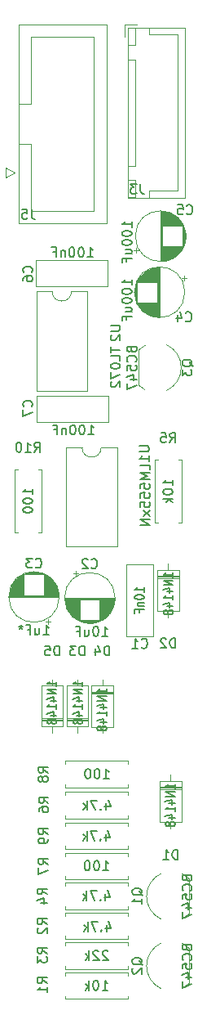
<source format=gbr>
%TF.GenerationSoftware,KiCad,Pcbnew,5.1.9+dfsg1-1~bpo10+1*%
%TF.CreationDate,2022-02-04T08:42:55+08:00*%
%TF.ProjectId,MiniADSR 1.0.1 - Main,4d696e69-4144-4535-9220-312e302e3120,rev?*%
%TF.SameCoordinates,Original*%
%TF.FileFunction,Legend,Bot*%
%TF.FilePolarity,Positive*%
%FSLAX46Y46*%
G04 Gerber Fmt 4.6, Leading zero omitted, Abs format (unit mm)*
G04 Created by KiCad (PCBNEW 5.1.9+dfsg1-1~bpo10+1) date 2022-02-04 08:42:55*
%MOMM*%
%LPD*%
G01*
G04 APERTURE LIST*
%ADD10C,0.120000*%
%ADD11C,0.150000*%
G04 APERTURE END LIST*
D10*
%TO.C,J5*%
X136710000Y-74460000D02*
X145830000Y-74460000D01*
X145830000Y-74460000D02*
X145830000Y-53880000D01*
X145830000Y-53880000D02*
X136710000Y-53880000D01*
X136710000Y-53880000D02*
X136710000Y-74460000D01*
X136710000Y-66220000D02*
X138020000Y-66220000D01*
X138020000Y-66220000D02*
X138020000Y-73160000D01*
X138020000Y-73160000D02*
X144520000Y-73160000D01*
X144520000Y-73160000D02*
X144520000Y-55180000D01*
X144520000Y-55180000D02*
X138020000Y-55180000D01*
X138020000Y-55180000D02*
X138020000Y-62120000D01*
X138020000Y-62120000D02*
X138020000Y-62120000D01*
X138020000Y-62120000D02*
X136710000Y-62120000D01*
X136320000Y-69250000D02*
X135320000Y-69750000D01*
X135320000Y-69750000D02*
X135320000Y-68750000D01*
X135320000Y-68750000D02*
X136320000Y-69250000D01*
%TO.C,J3*%
X148040000Y-54190000D02*
X154010000Y-54190000D01*
X154010000Y-54190000D02*
X154010000Y-71810000D01*
X154010000Y-71810000D02*
X148040000Y-71810000D01*
X148040000Y-71810000D02*
X148040000Y-54190000D01*
X148050000Y-57500000D02*
X148800000Y-57500000D01*
X148800000Y-57500000D02*
X148800000Y-68500000D01*
X148800000Y-68500000D02*
X148050000Y-68500000D01*
X148050000Y-68500000D02*
X148050000Y-57500000D01*
X148050000Y-54200000D02*
X148800000Y-54200000D01*
X148800000Y-54200000D02*
X148800000Y-56000000D01*
X148800000Y-56000000D02*
X148050000Y-56000000D01*
X148050000Y-56000000D02*
X148050000Y-54200000D01*
X148050000Y-70000000D02*
X148800000Y-70000000D01*
X148800000Y-70000000D02*
X148800000Y-71800000D01*
X148800000Y-71800000D02*
X148050000Y-71800000D01*
X148050000Y-71800000D02*
X148050000Y-70000000D01*
X150300000Y-54200000D02*
X150300000Y-54950000D01*
X150300000Y-54950000D02*
X153250000Y-54950000D01*
X153250000Y-54950000D02*
X153250000Y-63000000D01*
X150300000Y-71800000D02*
X150300000Y-71050000D01*
X150300000Y-71050000D02*
X153250000Y-71050000D01*
X153250000Y-71050000D02*
X153250000Y-63000000D01*
X147750000Y-55150000D02*
X147750000Y-53900000D01*
X147750000Y-53900000D02*
X149000000Y-53900000D01*
%TO.C,R7*%
X148060000Y-139960000D02*
X148060000Y-139630000D01*
X148060000Y-139630000D02*
X141520000Y-139630000D01*
X141520000Y-139630000D02*
X141520000Y-139960000D01*
X148060000Y-142040000D02*
X148060000Y-142370000D01*
X148060000Y-142370000D02*
X141520000Y-142370000D01*
X141520000Y-142370000D02*
X141520000Y-142040000D01*
%TO.C,C1*%
X147930000Y-109780000D02*
X147930000Y-117220000D01*
X150670000Y-109780000D02*
X150670000Y-117220000D01*
X147930000Y-109780000D02*
X150670000Y-109780000D01*
X147930000Y-117220000D02*
X150670000Y-117220000D01*
%TO.C,D1*%
X151380000Y-132790000D02*
X153620000Y-132790000D01*
X151380000Y-133030000D02*
X153620000Y-133030000D01*
X151380000Y-132910000D02*
X153620000Y-132910000D01*
X152500000Y-137080000D02*
X152500000Y-136430000D01*
X152500000Y-131540000D02*
X152500000Y-132190000D01*
X151380000Y-136430000D02*
X151380000Y-132190000D01*
X153620000Y-136430000D02*
X151380000Y-136430000D01*
X153620000Y-132190000D02*
X153620000Y-136430000D01*
X151380000Y-132190000D02*
X153620000Y-132190000D01*
%TO.C,R5*%
X153290000Y-105460000D02*
X153620000Y-105460000D01*
X153620000Y-105460000D02*
X153620000Y-98920000D01*
X153620000Y-98920000D02*
X153290000Y-98920000D01*
X151210000Y-105460000D02*
X150880000Y-105460000D01*
X150880000Y-105460000D02*
X150880000Y-98920000D01*
X150880000Y-98920000D02*
X151210000Y-98920000D01*
%TO.C,D2*%
X151130000Y-110365000D02*
X153370000Y-110365000D01*
X153370000Y-110365000D02*
X153370000Y-114605000D01*
X153370000Y-114605000D02*
X151130000Y-114605000D01*
X151130000Y-114605000D02*
X151130000Y-110365000D01*
X152250000Y-109715000D02*
X152250000Y-110365000D01*
X152250000Y-115255000D02*
X152250000Y-114605000D01*
X151130000Y-111085000D02*
X153370000Y-111085000D01*
X151130000Y-111205000D02*
X153370000Y-111205000D01*
X151130000Y-110965000D02*
X153370000Y-110965000D01*
%TO.C,U1*%
X145290000Y-97670000D02*
X146940000Y-97670000D01*
X146940000Y-97670000D02*
X146940000Y-107950000D01*
X146940000Y-107950000D02*
X141640000Y-107950000D01*
X141640000Y-107950000D02*
X141640000Y-97670000D01*
X141640000Y-97670000D02*
X143290000Y-97670000D01*
X143290000Y-97670000D02*
G75*
G03*
X145290000Y-97670000I1000000J0D01*
G01*
%TO.C,C2*%
X142375000Y-110695225D02*
X142875000Y-110695225D01*
X142625000Y-110445225D02*
X142625000Y-110945225D01*
X143816000Y-115851000D02*
X144384000Y-115851000D01*
X143582000Y-115811000D02*
X144618000Y-115811000D01*
X143423000Y-115771000D02*
X144777000Y-115771000D01*
X143295000Y-115731000D02*
X144905000Y-115731000D01*
X143185000Y-115691000D02*
X145015000Y-115691000D01*
X143089000Y-115651000D02*
X145111000Y-115651000D01*
X143002000Y-115611000D02*
X145198000Y-115611000D01*
X142922000Y-115571000D02*
X145278000Y-115571000D01*
X145140000Y-115531000D02*
X145351000Y-115531000D01*
X142849000Y-115531000D02*
X143060000Y-115531000D01*
X145140000Y-115491000D02*
X145419000Y-115491000D01*
X142781000Y-115491000D02*
X143060000Y-115491000D01*
X145140000Y-115451000D02*
X145483000Y-115451000D01*
X142717000Y-115451000D02*
X143060000Y-115451000D01*
X145140000Y-115411000D02*
X145543000Y-115411000D01*
X142657000Y-115411000D02*
X143060000Y-115411000D01*
X145140000Y-115371000D02*
X145600000Y-115371000D01*
X142600000Y-115371000D02*
X143060000Y-115371000D01*
X145140000Y-115331000D02*
X145654000Y-115331000D01*
X142546000Y-115331000D02*
X143060000Y-115331000D01*
X145140000Y-115291000D02*
X145705000Y-115291000D01*
X142495000Y-115291000D02*
X143060000Y-115291000D01*
X145140000Y-115251000D02*
X145753000Y-115251000D01*
X142447000Y-115251000D02*
X143060000Y-115251000D01*
X145140000Y-115211000D02*
X145799000Y-115211000D01*
X142401000Y-115211000D02*
X143060000Y-115211000D01*
X145140000Y-115171000D02*
X145843000Y-115171000D01*
X142357000Y-115171000D02*
X143060000Y-115171000D01*
X145140000Y-115131000D02*
X145885000Y-115131000D01*
X142315000Y-115131000D02*
X143060000Y-115131000D01*
X145140000Y-115091000D02*
X145926000Y-115091000D01*
X142274000Y-115091000D02*
X143060000Y-115091000D01*
X145140000Y-115051000D02*
X145964000Y-115051000D01*
X142236000Y-115051000D02*
X143060000Y-115051000D01*
X145140000Y-115011000D02*
X146001000Y-115011000D01*
X142199000Y-115011000D02*
X143060000Y-115011000D01*
X145140000Y-114971000D02*
X146037000Y-114971000D01*
X142163000Y-114971000D02*
X143060000Y-114971000D01*
X145140000Y-114931000D02*
X146071000Y-114931000D01*
X142129000Y-114931000D02*
X143060000Y-114931000D01*
X145140000Y-114891000D02*
X146104000Y-114891000D01*
X142096000Y-114891000D02*
X143060000Y-114891000D01*
X145140000Y-114851000D02*
X146135000Y-114851000D01*
X142065000Y-114851000D02*
X143060000Y-114851000D01*
X145140000Y-114811000D02*
X146165000Y-114811000D01*
X142035000Y-114811000D02*
X143060000Y-114811000D01*
X145140000Y-114771000D02*
X146195000Y-114771000D01*
X142005000Y-114771000D02*
X143060000Y-114771000D01*
X145140000Y-114731000D02*
X146222000Y-114731000D01*
X141978000Y-114731000D02*
X143060000Y-114731000D01*
X145140000Y-114691000D02*
X146249000Y-114691000D01*
X141951000Y-114691000D02*
X143060000Y-114691000D01*
X145140000Y-114651000D02*
X146275000Y-114651000D01*
X141925000Y-114651000D02*
X143060000Y-114651000D01*
X145140000Y-114611000D02*
X146300000Y-114611000D01*
X141900000Y-114611000D02*
X143060000Y-114611000D01*
X145140000Y-114571000D02*
X146324000Y-114571000D01*
X141876000Y-114571000D02*
X143060000Y-114571000D01*
X145140000Y-114531000D02*
X146347000Y-114531000D01*
X141853000Y-114531000D02*
X143060000Y-114531000D01*
X145140000Y-114491000D02*
X146368000Y-114491000D01*
X141832000Y-114491000D02*
X143060000Y-114491000D01*
X145140000Y-114451000D02*
X146390000Y-114451000D01*
X141810000Y-114451000D02*
X143060000Y-114451000D01*
X145140000Y-114411000D02*
X146410000Y-114411000D01*
X141790000Y-114411000D02*
X143060000Y-114411000D01*
X145140000Y-114371000D02*
X146429000Y-114371000D01*
X141771000Y-114371000D02*
X143060000Y-114371000D01*
X145140000Y-114331000D02*
X146448000Y-114331000D01*
X141752000Y-114331000D02*
X143060000Y-114331000D01*
X145140000Y-114291000D02*
X146465000Y-114291000D01*
X141735000Y-114291000D02*
X143060000Y-114291000D01*
X145140000Y-114251000D02*
X146482000Y-114251000D01*
X141718000Y-114251000D02*
X143060000Y-114251000D01*
X145140000Y-114211000D02*
X146498000Y-114211000D01*
X141702000Y-114211000D02*
X143060000Y-114211000D01*
X145140000Y-114171000D02*
X146514000Y-114171000D01*
X141686000Y-114171000D02*
X143060000Y-114171000D01*
X145140000Y-114131000D02*
X146528000Y-114131000D01*
X141672000Y-114131000D02*
X143060000Y-114131000D01*
X145140000Y-114091000D02*
X146542000Y-114091000D01*
X141658000Y-114091000D02*
X143060000Y-114091000D01*
X145140000Y-114051000D02*
X146555000Y-114051000D01*
X141645000Y-114051000D02*
X143060000Y-114051000D01*
X145140000Y-114011000D02*
X146568000Y-114011000D01*
X141632000Y-114011000D02*
X143060000Y-114011000D01*
X145140000Y-113971000D02*
X146580000Y-113971000D01*
X141620000Y-113971000D02*
X143060000Y-113971000D01*
X145140000Y-113930000D02*
X146591000Y-113930000D01*
X141609000Y-113930000D02*
X143060000Y-113930000D01*
X145140000Y-113890000D02*
X146601000Y-113890000D01*
X141599000Y-113890000D02*
X143060000Y-113890000D01*
X145140000Y-113850000D02*
X146611000Y-113850000D01*
X141589000Y-113850000D02*
X143060000Y-113850000D01*
X145140000Y-113810000D02*
X146620000Y-113810000D01*
X141580000Y-113810000D02*
X143060000Y-113810000D01*
X145140000Y-113770000D02*
X146628000Y-113770000D01*
X141572000Y-113770000D02*
X143060000Y-113770000D01*
X145140000Y-113730000D02*
X146636000Y-113730000D01*
X141564000Y-113730000D02*
X143060000Y-113730000D01*
X145140000Y-113690000D02*
X146643000Y-113690000D01*
X141557000Y-113690000D02*
X143060000Y-113690000D01*
X145140000Y-113650000D02*
X146650000Y-113650000D01*
X141550000Y-113650000D02*
X143060000Y-113650000D01*
X145140000Y-113610000D02*
X146656000Y-113610000D01*
X141544000Y-113610000D02*
X143060000Y-113610000D01*
X145140000Y-113570000D02*
X146661000Y-113570000D01*
X141539000Y-113570000D02*
X143060000Y-113570000D01*
X145140000Y-113530000D02*
X146665000Y-113530000D01*
X141535000Y-113530000D02*
X143060000Y-113530000D01*
X145140000Y-113490000D02*
X146669000Y-113490000D01*
X141531000Y-113490000D02*
X143060000Y-113490000D01*
X141527000Y-113450000D02*
X146673000Y-113450000D01*
X141524000Y-113410000D02*
X146676000Y-113410000D01*
X141522000Y-113370000D02*
X146678000Y-113370000D01*
X141521000Y-113330000D02*
X146679000Y-113330000D01*
X141520000Y-113290000D02*
X146680000Y-113290000D01*
X141520000Y-113250000D02*
X146680000Y-113250000D01*
X146720000Y-113250000D02*
G75*
G03*
X146720000Y-113250000I-2620000J0D01*
G01*
%TO.C,R3*%
X148060000Y-149260000D02*
X148060000Y-148930000D01*
X148060000Y-148930000D02*
X141520000Y-148930000D01*
X141520000Y-148930000D02*
X141520000Y-149260000D01*
X148060000Y-151340000D02*
X148060000Y-151670000D01*
X148060000Y-151670000D02*
X141520000Y-151670000D01*
X141520000Y-151670000D02*
X141520000Y-151340000D01*
%TO.C,R1*%
X148060000Y-152360000D02*
X148060000Y-152030000D01*
X148060000Y-152030000D02*
X141520000Y-152030000D01*
X141520000Y-152030000D02*
X141520000Y-152360000D01*
X148060000Y-154440000D02*
X148060000Y-154770000D01*
X148060000Y-154770000D02*
X141520000Y-154770000D01*
X141520000Y-154770000D02*
X141520000Y-154440000D01*
%TO.C,R9*%
X148080000Y-136530000D02*
X148080000Y-136860000D01*
X141540000Y-136530000D02*
X148080000Y-136530000D01*
X141540000Y-136860000D02*
X141540000Y-136530000D01*
X148080000Y-139270000D02*
X148080000Y-138940000D01*
X141540000Y-139270000D02*
X148080000Y-139270000D01*
X141540000Y-138940000D02*
X141540000Y-139270000D01*
%TO.C,R10*%
X139070000Y-106480000D02*
X138740000Y-106480000D01*
X139070000Y-99940000D02*
X139070000Y-106480000D01*
X138740000Y-99940000D02*
X139070000Y-99940000D01*
X136330000Y-106480000D02*
X136660000Y-106480000D01*
X136330000Y-99940000D02*
X136330000Y-106480000D01*
X136660000Y-99940000D02*
X136330000Y-99940000D01*
%TO.C,R8*%
X148060000Y-130460000D02*
X148060000Y-130130000D01*
X148060000Y-130130000D02*
X141520000Y-130130000D01*
X141520000Y-130130000D02*
X141520000Y-130460000D01*
X148060000Y-132540000D02*
X148060000Y-132870000D01*
X148060000Y-132870000D02*
X141520000Y-132870000D01*
X141520000Y-132870000D02*
X141520000Y-132540000D01*
%TO.C,R6*%
X148080000Y-133330000D02*
X148080000Y-133660000D01*
X141540000Y-133330000D02*
X148080000Y-133330000D01*
X141540000Y-133660000D02*
X141540000Y-133330000D01*
X148080000Y-136070000D02*
X148080000Y-135740000D01*
X141540000Y-136070000D02*
X148080000Y-136070000D01*
X141540000Y-135740000D02*
X141540000Y-136070000D01*
%TO.C,R4*%
X141520000Y-145470000D02*
X141520000Y-145140000D01*
X148060000Y-145470000D02*
X141520000Y-145470000D01*
X148060000Y-145140000D02*
X148060000Y-145470000D01*
X141520000Y-142730000D02*
X141520000Y-143060000D01*
X148060000Y-142730000D02*
X141520000Y-142730000D01*
X148060000Y-143060000D02*
X148060000Y-142730000D01*
%TO.C,R2*%
X141520000Y-148570000D02*
X141520000Y-148240000D01*
X148060000Y-148570000D02*
X141520000Y-148570000D01*
X148060000Y-148240000D02*
X148060000Y-148570000D01*
X141520000Y-145830000D02*
X141520000Y-146160000D01*
X148060000Y-145830000D02*
X141520000Y-145830000D01*
X148060000Y-146160000D02*
X148060000Y-145830000D01*
%TO.C,C3*%
X140920000Y-113150000D02*
G75*
G03*
X140920000Y-113150000I-2620000J0D01*
G01*
X140880000Y-113150000D02*
X135720000Y-113150000D01*
X140880000Y-113110000D02*
X135720000Y-113110000D01*
X140879000Y-113070000D02*
X135721000Y-113070000D01*
X140878000Y-113030000D02*
X135722000Y-113030000D01*
X140876000Y-112990000D02*
X135724000Y-112990000D01*
X140873000Y-112950000D02*
X135727000Y-112950000D01*
X140869000Y-112910000D02*
X139340000Y-112910000D01*
X137260000Y-112910000D02*
X135731000Y-112910000D01*
X140865000Y-112870000D02*
X139340000Y-112870000D01*
X137260000Y-112870000D02*
X135735000Y-112870000D01*
X140861000Y-112830000D02*
X139340000Y-112830000D01*
X137260000Y-112830000D02*
X135739000Y-112830000D01*
X140856000Y-112790000D02*
X139340000Y-112790000D01*
X137260000Y-112790000D02*
X135744000Y-112790000D01*
X140850000Y-112750000D02*
X139340000Y-112750000D01*
X137260000Y-112750000D02*
X135750000Y-112750000D01*
X140843000Y-112710000D02*
X139340000Y-112710000D01*
X137260000Y-112710000D02*
X135757000Y-112710000D01*
X140836000Y-112670000D02*
X139340000Y-112670000D01*
X137260000Y-112670000D02*
X135764000Y-112670000D01*
X140828000Y-112630000D02*
X139340000Y-112630000D01*
X137260000Y-112630000D02*
X135772000Y-112630000D01*
X140820000Y-112590000D02*
X139340000Y-112590000D01*
X137260000Y-112590000D02*
X135780000Y-112590000D01*
X140811000Y-112550000D02*
X139340000Y-112550000D01*
X137260000Y-112550000D02*
X135789000Y-112550000D01*
X140801000Y-112510000D02*
X139340000Y-112510000D01*
X137260000Y-112510000D02*
X135799000Y-112510000D01*
X140791000Y-112470000D02*
X139340000Y-112470000D01*
X137260000Y-112470000D02*
X135809000Y-112470000D01*
X140780000Y-112429000D02*
X139340000Y-112429000D01*
X137260000Y-112429000D02*
X135820000Y-112429000D01*
X140768000Y-112389000D02*
X139340000Y-112389000D01*
X137260000Y-112389000D02*
X135832000Y-112389000D01*
X140755000Y-112349000D02*
X139340000Y-112349000D01*
X137260000Y-112349000D02*
X135845000Y-112349000D01*
X140742000Y-112309000D02*
X139340000Y-112309000D01*
X137260000Y-112309000D02*
X135858000Y-112309000D01*
X140728000Y-112269000D02*
X139340000Y-112269000D01*
X137260000Y-112269000D02*
X135872000Y-112269000D01*
X140714000Y-112229000D02*
X139340000Y-112229000D01*
X137260000Y-112229000D02*
X135886000Y-112229000D01*
X140698000Y-112189000D02*
X139340000Y-112189000D01*
X137260000Y-112189000D02*
X135902000Y-112189000D01*
X140682000Y-112149000D02*
X139340000Y-112149000D01*
X137260000Y-112149000D02*
X135918000Y-112149000D01*
X140665000Y-112109000D02*
X139340000Y-112109000D01*
X137260000Y-112109000D02*
X135935000Y-112109000D01*
X140648000Y-112069000D02*
X139340000Y-112069000D01*
X137260000Y-112069000D02*
X135952000Y-112069000D01*
X140629000Y-112029000D02*
X139340000Y-112029000D01*
X137260000Y-112029000D02*
X135971000Y-112029000D01*
X140610000Y-111989000D02*
X139340000Y-111989000D01*
X137260000Y-111989000D02*
X135990000Y-111989000D01*
X140590000Y-111949000D02*
X139340000Y-111949000D01*
X137260000Y-111949000D02*
X136010000Y-111949000D01*
X140568000Y-111909000D02*
X139340000Y-111909000D01*
X137260000Y-111909000D02*
X136032000Y-111909000D01*
X140547000Y-111869000D02*
X139340000Y-111869000D01*
X137260000Y-111869000D02*
X136053000Y-111869000D01*
X140524000Y-111829000D02*
X139340000Y-111829000D01*
X137260000Y-111829000D02*
X136076000Y-111829000D01*
X140500000Y-111789000D02*
X139340000Y-111789000D01*
X137260000Y-111789000D02*
X136100000Y-111789000D01*
X140475000Y-111749000D02*
X139340000Y-111749000D01*
X137260000Y-111749000D02*
X136125000Y-111749000D01*
X140449000Y-111709000D02*
X139340000Y-111709000D01*
X137260000Y-111709000D02*
X136151000Y-111709000D01*
X140422000Y-111669000D02*
X139340000Y-111669000D01*
X137260000Y-111669000D02*
X136178000Y-111669000D01*
X140395000Y-111629000D02*
X139340000Y-111629000D01*
X137260000Y-111629000D02*
X136205000Y-111629000D01*
X140365000Y-111589000D02*
X139340000Y-111589000D01*
X137260000Y-111589000D02*
X136235000Y-111589000D01*
X140335000Y-111549000D02*
X139340000Y-111549000D01*
X137260000Y-111549000D02*
X136265000Y-111549000D01*
X140304000Y-111509000D02*
X139340000Y-111509000D01*
X137260000Y-111509000D02*
X136296000Y-111509000D01*
X140271000Y-111469000D02*
X139340000Y-111469000D01*
X137260000Y-111469000D02*
X136329000Y-111469000D01*
X140237000Y-111429000D02*
X139340000Y-111429000D01*
X137260000Y-111429000D02*
X136363000Y-111429000D01*
X140201000Y-111389000D02*
X139340000Y-111389000D01*
X137260000Y-111389000D02*
X136399000Y-111389000D01*
X140164000Y-111349000D02*
X139340000Y-111349000D01*
X137260000Y-111349000D02*
X136436000Y-111349000D01*
X140126000Y-111309000D02*
X139340000Y-111309000D01*
X137260000Y-111309000D02*
X136474000Y-111309000D01*
X140085000Y-111269000D02*
X139340000Y-111269000D01*
X137260000Y-111269000D02*
X136515000Y-111269000D01*
X140043000Y-111229000D02*
X139340000Y-111229000D01*
X137260000Y-111229000D02*
X136557000Y-111229000D01*
X139999000Y-111189000D02*
X139340000Y-111189000D01*
X137260000Y-111189000D02*
X136601000Y-111189000D01*
X139953000Y-111149000D02*
X139340000Y-111149000D01*
X137260000Y-111149000D02*
X136647000Y-111149000D01*
X139905000Y-111109000D02*
X139340000Y-111109000D01*
X137260000Y-111109000D02*
X136695000Y-111109000D01*
X139854000Y-111069000D02*
X139340000Y-111069000D01*
X137260000Y-111069000D02*
X136746000Y-111069000D01*
X139800000Y-111029000D02*
X139340000Y-111029000D01*
X137260000Y-111029000D02*
X136800000Y-111029000D01*
X139743000Y-110989000D02*
X139340000Y-110989000D01*
X137260000Y-110989000D02*
X136857000Y-110989000D01*
X139683000Y-110949000D02*
X139340000Y-110949000D01*
X137260000Y-110949000D02*
X136917000Y-110949000D01*
X139619000Y-110909000D02*
X139340000Y-110909000D01*
X137260000Y-110909000D02*
X136981000Y-110909000D01*
X139551000Y-110869000D02*
X139340000Y-110869000D01*
X137260000Y-110869000D02*
X137049000Y-110869000D01*
X139478000Y-110829000D02*
X137122000Y-110829000D01*
X139398000Y-110789000D02*
X137202000Y-110789000D01*
X139311000Y-110749000D02*
X137289000Y-110749000D01*
X139215000Y-110709000D02*
X137385000Y-110709000D01*
X139105000Y-110669000D02*
X137495000Y-110669000D01*
X138977000Y-110629000D02*
X137623000Y-110629000D01*
X138818000Y-110589000D02*
X137782000Y-110589000D01*
X138584000Y-110549000D02*
X138016000Y-110549000D01*
X139775000Y-115954775D02*
X139775000Y-115454775D01*
X140025000Y-115704775D02*
X139525000Y-115704775D01*
%TO.C,C4*%
X148895225Y-77525000D02*
X148895225Y-77025000D01*
X148645225Y-77275000D02*
X149145225Y-77275000D01*
X154051000Y-76084000D02*
X154051000Y-75516000D01*
X154011000Y-76318000D02*
X154011000Y-75282000D01*
X153971000Y-76477000D02*
X153971000Y-75123000D01*
X153931000Y-76605000D02*
X153931000Y-74995000D01*
X153891000Y-76715000D02*
X153891000Y-74885000D01*
X153851000Y-76811000D02*
X153851000Y-74789000D01*
X153811000Y-76898000D02*
X153811000Y-74702000D01*
X153771000Y-76978000D02*
X153771000Y-74622000D01*
X153731000Y-74760000D02*
X153731000Y-74549000D01*
X153731000Y-77051000D02*
X153731000Y-76840000D01*
X153691000Y-74760000D02*
X153691000Y-74481000D01*
X153691000Y-77119000D02*
X153691000Y-76840000D01*
X153651000Y-74760000D02*
X153651000Y-74417000D01*
X153651000Y-77183000D02*
X153651000Y-76840000D01*
X153611000Y-74760000D02*
X153611000Y-74357000D01*
X153611000Y-77243000D02*
X153611000Y-76840000D01*
X153571000Y-74760000D02*
X153571000Y-74300000D01*
X153571000Y-77300000D02*
X153571000Y-76840000D01*
X153531000Y-74760000D02*
X153531000Y-74246000D01*
X153531000Y-77354000D02*
X153531000Y-76840000D01*
X153491000Y-74760000D02*
X153491000Y-74195000D01*
X153491000Y-77405000D02*
X153491000Y-76840000D01*
X153451000Y-74760000D02*
X153451000Y-74147000D01*
X153451000Y-77453000D02*
X153451000Y-76840000D01*
X153411000Y-74760000D02*
X153411000Y-74101000D01*
X153411000Y-77499000D02*
X153411000Y-76840000D01*
X153371000Y-74760000D02*
X153371000Y-74057000D01*
X153371000Y-77543000D02*
X153371000Y-76840000D01*
X153331000Y-74760000D02*
X153331000Y-74015000D01*
X153331000Y-77585000D02*
X153331000Y-76840000D01*
X153291000Y-74760000D02*
X153291000Y-73974000D01*
X153291000Y-77626000D02*
X153291000Y-76840000D01*
X153251000Y-74760000D02*
X153251000Y-73936000D01*
X153251000Y-77664000D02*
X153251000Y-76840000D01*
X153211000Y-74760000D02*
X153211000Y-73899000D01*
X153211000Y-77701000D02*
X153211000Y-76840000D01*
X153171000Y-74760000D02*
X153171000Y-73863000D01*
X153171000Y-77737000D02*
X153171000Y-76840000D01*
X153131000Y-74760000D02*
X153131000Y-73829000D01*
X153131000Y-77771000D02*
X153131000Y-76840000D01*
X153091000Y-74760000D02*
X153091000Y-73796000D01*
X153091000Y-77804000D02*
X153091000Y-76840000D01*
X153051000Y-74760000D02*
X153051000Y-73765000D01*
X153051000Y-77835000D02*
X153051000Y-76840000D01*
X153011000Y-74760000D02*
X153011000Y-73735000D01*
X153011000Y-77865000D02*
X153011000Y-76840000D01*
X152971000Y-74760000D02*
X152971000Y-73705000D01*
X152971000Y-77895000D02*
X152971000Y-76840000D01*
X152931000Y-74760000D02*
X152931000Y-73678000D01*
X152931000Y-77922000D02*
X152931000Y-76840000D01*
X152891000Y-74760000D02*
X152891000Y-73651000D01*
X152891000Y-77949000D02*
X152891000Y-76840000D01*
X152851000Y-74760000D02*
X152851000Y-73625000D01*
X152851000Y-77975000D02*
X152851000Y-76840000D01*
X152811000Y-74760000D02*
X152811000Y-73600000D01*
X152811000Y-78000000D02*
X152811000Y-76840000D01*
X152771000Y-74760000D02*
X152771000Y-73576000D01*
X152771000Y-78024000D02*
X152771000Y-76840000D01*
X152731000Y-74760000D02*
X152731000Y-73553000D01*
X152731000Y-78047000D02*
X152731000Y-76840000D01*
X152691000Y-74760000D02*
X152691000Y-73532000D01*
X152691000Y-78068000D02*
X152691000Y-76840000D01*
X152651000Y-74760000D02*
X152651000Y-73510000D01*
X152651000Y-78090000D02*
X152651000Y-76840000D01*
X152611000Y-74760000D02*
X152611000Y-73490000D01*
X152611000Y-78110000D02*
X152611000Y-76840000D01*
X152571000Y-74760000D02*
X152571000Y-73471000D01*
X152571000Y-78129000D02*
X152571000Y-76840000D01*
X152531000Y-74760000D02*
X152531000Y-73452000D01*
X152531000Y-78148000D02*
X152531000Y-76840000D01*
X152491000Y-74760000D02*
X152491000Y-73435000D01*
X152491000Y-78165000D02*
X152491000Y-76840000D01*
X152451000Y-74760000D02*
X152451000Y-73418000D01*
X152451000Y-78182000D02*
X152451000Y-76840000D01*
X152411000Y-74760000D02*
X152411000Y-73402000D01*
X152411000Y-78198000D02*
X152411000Y-76840000D01*
X152371000Y-74760000D02*
X152371000Y-73386000D01*
X152371000Y-78214000D02*
X152371000Y-76840000D01*
X152331000Y-74760000D02*
X152331000Y-73372000D01*
X152331000Y-78228000D02*
X152331000Y-76840000D01*
X152291000Y-74760000D02*
X152291000Y-73358000D01*
X152291000Y-78242000D02*
X152291000Y-76840000D01*
X152251000Y-74760000D02*
X152251000Y-73345000D01*
X152251000Y-78255000D02*
X152251000Y-76840000D01*
X152211000Y-74760000D02*
X152211000Y-73332000D01*
X152211000Y-78268000D02*
X152211000Y-76840000D01*
X152171000Y-74760000D02*
X152171000Y-73320000D01*
X152171000Y-78280000D02*
X152171000Y-76840000D01*
X152130000Y-74760000D02*
X152130000Y-73309000D01*
X152130000Y-78291000D02*
X152130000Y-76840000D01*
X152090000Y-74760000D02*
X152090000Y-73299000D01*
X152090000Y-78301000D02*
X152090000Y-76840000D01*
X152050000Y-74760000D02*
X152050000Y-73289000D01*
X152050000Y-78311000D02*
X152050000Y-76840000D01*
X152010000Y-74760000D02*
X152010000Y-73280000D01*
X152010000Y-78320000D02*
X152010000Y-76840000D01*
X151970000Y-74760000D02*
X151970000Y-73272000D01*
X151970000Y-78328000D02*
X151970000Y-76840000D01*
X151930000Y-74760000D02*
X151930000Y-73264000D01*
X151930000Y-78336000D02*
X151930000Y-76840000D01*
X151890000Y-74760000D02*
X151890000Y-73257000D01*
X151890000Y-78343000D02*
X151890000Y-76840000D01*
X151850000Y-74760000D02*
X151850000Y-73250000D01*
X151850000Y-78350000D02*
X151850000Y-76840000D01*
X151810000Y-74760000D02*
X151810000Y-73244000D01*
X151810000Y-78356000D02*
X151810000Y-76840000D01*
X151770000Y-74760000D02*
X151770000Y-73239000D01*
X151770000Y-78361000D02*
X151770000Y-76840000D01*
X151730000Y-74760000D02*
X151730000Y-73235000D01*
X151730000Y-78365000D02*
X151730000Y-76840000D01*
X151690000Y-74760000D02*
X151690000Y-73231000D01*
X151690000Y-78369000D02*
X151690000Y-76840000D01*
X151650000Y-78373000D02*
X151650000Y-73227000D01*
X151610000Y-78376000D02*
X151610000Y-73224000D01*
X151570000Y-78378000D02*
X151570000Y-73222000D01*
X151530000Y-78379000D02*
X151530000Y-73221000D01*
X151490000Y-78380000D02*
X151490000Y-73220000D01*
X151450000Y-78380000D02*
X151450000Y-73220000D01*
X154070000Y-75800000D02*
G75*
G03*
X154070000Y-75800000I-2620000J0D01*
G01*
%TO.C,C5*%
X153970000Y-81600000D02*
G75*
G03*
X153970000Y-81600000I-2620000J0D01*
G01*
X151350000Y-79020000D02*
X151350000Y-84180000D01*
X151310000Y-79020000D02*
X151310000Y-84180000D01*
X151270000Y-79021000D02*
X151270000Y-84179000D01*
X151230000Y-79022000D02*
X151230000Y-84178000D01*
X151190000Y-79024000D02*
X151190000Y-84176000D01*
X151150000Y-79027000D02*
X151150000Y-84173000D01*
X151110000Y-79031000D02*
X151110000Y-80560000D01*
X151110000Y-82640000D02*
X151110000Y-84169000D01*
X151070000Y-79035000D02*
X151070000Y-80560000D01*
X151070000Y-82640000D02*
X151070000Y-84165000D01*
X151030000Y-79039000D02*
X151030000Y-80560000D01*
X151030000Y-82640000D02*
X151030000Y-84161000D01*
X150990000Y-79044000D02*
X150990000Y-80560000D01*
X150990000Y-82640000D02*
X150990000Y-84156000D01*
X150950000Y-79050000D02*
X150950000Y-80560000D01*
X150950000Y-82640000D02*
X150950000Y-84150000D01*
X150910000Y-79057000D02*
X150910000Y-80560000D01*
X150910000Y-82640000D02*
X150910000Y-84143000D01*
X150870000Y-79064000D02*
X150870000Y-80560000D01*
X150870000Y-82640000D02*
X150870000Y-84136000D01*
X150830000Y-79072000D02*
X150830000Y-80560000D01*
X150830000Y-82640000D02*
X150830000Y-84128000D01*
X150790000Y-79080000D02*
X150790000Y-80560000D01*
X150790000Y-82640000D02*
X150790000Y-84120000D01*
X150750000Y-79089000D02*
X150750000Y-80560000D01*
X150750000Y-82640000D02*
X150750000Y-84111000D01*
X150710000Y-79099000D02*
X150710000Y-80560000D01*
X150710000Y-82640000D02*
X150710000Y-84101000D01*
X150670000Y-79109000D02*
X150670000Y-80560000D01*
X150670000Y-82640000D02*
X150670000Y-84091000D01*
X150629000Y-79120000D02*
X150629000Y-80560000D01*
X150629000Y-82640000D02*
X150629000Y-84080000D01*
X150589000Y-79132000D02*
X150589000Y-80560000D01*
X150589000Y-82640000D02*
X150589000Y-84068000D01*
X150549000Y-79145000D02*
X150549000Y-80560000D01*
X150549000Y-82640000D02*
X150549000Y-84055000D01*
X150509000Y-79158000D02*
X150509000Y-80560000D01*
X150509000Y-82640000D02*
X150509000Y-84042000D01*
X150469000Y-79172000D02*
X150469000Y-80560000D01*
X150469000Y-82640000D02*
X150469000Y-84028000D01*
X150429000Y-79186000D02*
X150429000Y-80560000D01*
X150429000Y-82640000D02*
X150429000Y-84014000D01*
X150389000Y-79202000D02*
X150389000Y-80560000D01*
X150389000Y-82640000D02*
X150389000Y-83998000D01*
X150349000Y-79218000D02*
X150349000Y-80560000D01*
X150349000Y-82640000D02*
X150349000Y-83982000D01*
X150309000Y-79235000D02*
X150309000Y-80560000D01*
X150309000Y-82640000D02*
X150309000Y-83965000D01*
X150269000Y-79252000D02*
X150269000Y-80560000D01*
X150269000Y-82640000D02*
X150269000Y-83948000D01*
X150229000Y-79271000D02*
X150229000Y-80560000D01*
X150229000Y-82640000D02*
X150229000Y-83929000D01*
X150189000Y-79290000D02*
X150189000Y-80560000D01*
X150189000Y-82640000D02*
X150189000Y-83910000D01*
X150149000Y-79310000D02*
X150149000Y-80560000D01*
X150149000Y-82640000D02*
X150149000Y-83890000D01*
X150109000Y-79332000D02*
X150109000Y-80560000D01*
X150109000Y-82640000D02*
X150109000Y-83868000D01*
X150069000Y-79353000D02*
X150069000Y-80560000D01*
X150069000Y-82640000D02*
X150069000Y-83847000D01*
X150029000Y-79376000D02*
X150029000Y-80560000D01*
X150029000Y-82640000D02*
X150029000Y-83824000D01*
X149989000Y-79400000D02*
X149989000Y-80560000D01*
X149989000Y-82640000D02*
X149989000Y-83800000D01*
X149949000Y-79425000D02*
X149949000Y-80560000D01*
X149949000Y-82640000D02*
X149949000Y-83775000D01*
X149909000Y-79451000D02*
X149909000Y-80560000D01*
X149909000Y-82640000D02*
X149909000Y-83749000D01*
X149869000Y-79478000D02*
X149869000Y-80560000D01*
X149869000Y-82640000D02*
X149869000Y-83722000D01*
X149829000Y-79505000D02*
X149829000Y-80560000D01*
X149829000Y-82640000D02*
X149829000Y-83695000D01*
X149789000Y-79535000D02*
X149789000Y-80560000D01*
X149789000Y-82640000D02*
X149789000Y-83665000D01*
X149749000Y-79565000D02*
X149749000Y-80560000D01*
X149749000Y-82640000D02*
X149749000Y-83635000D01*
X149709000Y-79596000D02*
X149709000Y-80560000D01*
X149709000Y-82640000D02*
X149709000Y-83604000D01*
X149669000Y-79629000D02*
X149669000Y-80560000D01*
X149669000Y-82640000D02*
X149669000Y-83571000D01*
X149629000Y-79663000D02*
X149629000Y-80560000D01*
X149629000Y-82640000D02*
X149629000Y-83537000D01*
X149589000Y-79699000D02*
X149589000Y-80560000D01*
X149589000Y-82640000D02*
X149589000Y-83501000D01*
X149549000Y-79736000D02*
X149549000Y-80560000D01*
X149549000Y-82640000D02*
X149549000Y-83464000D01*
X149509000Y-79774000D02*
X149509000Y-80560000D01*
X149509000Y-82640000D02*
X149509000Y-83426000D01*
X149469000Y-79815000D02*
X149469000Y-80560000D01*
X149469000Y-82640000D02*
X149469000Y-83385000D01*
X149429000Y-79857000D02*
X149429000Y-80560000D01*
X149429000Y-82640000D02*
X149429000Y-83343000D01*
X149389000Y-79901000D02*
X149389000Y-80560000D01*
X149389000Y-82640000D02*
X149389000Y-83299000D01*
X149349000Y-79947000D02*
X149349000Y-80560000D01*
X149349000Y-82640000D02*
X149349000Y-83253000D01*
X149309000Y-79995000D02*
X149309000Y-80560000D01*
X149309000Y-82640000D02*
X149309000Y-83205000D01*
X149269000Y-80046000D02*
X149269000Y-80560000D01*
X149269000Y-82640000D02*
X149269000Y-83154000D01*
X149229000Y-80100000D02*
X149229000Y-80560000D01*
X149229000Y-82640000D02*
X149229000Y-83100000D01*
X149189000Y-80157000D02*
X149189000Y-80560000D01*
X149189000Y-82640000D02*
X149189000Y-83043000D01*
X149149000Y-80217000D02*
X149149000Y-80560000D01*
X149149000Y-82640000D02*
X149149000Y-82983000D01*
X149109000Y-80281000D02*
X149109000Y-80560000D01*
X149109000Y-82640000D02*
X149109000Y-82919000D01*
X149069000Y-80349000D02*
X149069000Y-80560000D01*
X149069000Y-82640000D02*
X149069000Y-82851000D01*
X149029000Y-80422000D02*
X149029000Y-82778000D01*
X148989000Y-80502000D02*
X148989000Y-82698000D01*
X148949000Y-80589000D02*
X148949000Y-82611000D01*
X148909000Y-80685000D02*
X148909000Y-82515000D01*
X148869000Y-80795000D02*
X148869000Y-82405000D01*
X148829000Y-80923000D02*
X148829000Y-82277000D01*
X148789000Y-81082000D02*
X148789000Y-82118000D01*
X148749000Y-81316000D02*
X148749000Y-81884000D01*
X154154775Y-80125000D02*
X153654775Y-80125000D01*
X153904775Y-79875000D02*
X153904775Y-80375000D01*
%TO.C,C6*%
X145970000Y-81020000D02*
X145970000Y-78280000D01*
X138530000Y-81020000D02*
X138530000Y-78280000D01*
X138530000Y-78280000D02*
X145970000Y-78280000D01*
X138530000Y-81020000D02*
X145970000Y-81020000D01*
%TO.C,C7*%
X138580000Y-95070000D02*
X146020000Y-95070000D01*
X138580000Y-92330000D02*
X146020000Y-92330000D01*
X138580000Y-95070000D02*
X138580000Y-92330000D01*
X146020000Y-95070000D02*
X146020000Y-92330000D01*
%TO.C,D3*%
X143920000Y-125960000D02*
X141680000Y-125960000D01*
X143920000Y-125720000D02*
X141680000Y-125720000D01*
X143920000Y-125840000D02*
X141680000Y-125840000D01*
X142800000Y-121670000D02*
X142800000Y-122320000D01*
X142800000Y-127210000D02*
X142800000Y-126560000D01*
X143920000Y-122320000D02*
X143920000Y-126560000D01*
X141680000Y-122320000D02*
X143920000Y-122320000D01*
X141680000Y-126560000D02*
X141680000Y-122320000D01*
X143920000Y-126560000D02*
X141680000Y-126560000D01*
%TO.C,D4*%
X144280000Y-122340000D02*
X146520000Y-122340000D01*
X146520000Y-122340000D02*
X146520000Y-126580000D01*
X146520000Y-126580000D02*
X144280000Y-126580000D01*
X144280000Y-126580000D02*
X144280000Y-122340000D01*
X145400000Y-121690000D02*
X145400000Y-122340000D01*
X145400000Y-127230000D02*
X145400000Y-126580000D01*
X144280000Y-123060000D02*
X146520000Y-123060000D01*
X144280000Y-123180000D02*
X146520000Y-123180000D01*
X144280000Y-122940000D02*
X146520000Y-122940000D01*
%TO.C,D5*%
X141320000Y-126560000D02*
X139080000Y-126560000D01*
X139080000Y-126560000D02*
X139080000Y-122320000D01*
X139080000Y-122320000D02*
X141320000Y-122320000D01*
X141320000Y-122320000D02*
X141320000Y-126560000D01*
X140200000Y-127210000D02*
X140200000Y-126560000D01*
X140200000Y-121670000D02*
X140200000Y-122320000D01*
X141320000Y-125840000D02*
X139080000Y-125840000D01*
X141320000Y-125720000D02*
X139080000Y-125720000D01*
X141320000Y-125960000D02*
X139080000Y-125960000D01*
%TO.C,U2*%
X138540000Y-81520000D02*
X140190000Y-81520000D01*
X138540000Y-91800000D02*
X138540000Y-81520000D01*
X143840000Y-91800000D02*
X138540000Y-91800000D01*
X143840000Y-81520000D02*
X143840000Y-91800000D01*
X142190000Y-81520000D02*
X143840000Y-81520000D01*
X140190000Y-81520000D02*
G75*
G03*
X142190000Y-81520000I1000000J0D01*
G01*
%TO.C,Q1*%
X154450000Y-142340000D02*
X154450000Y-145940000D01*
X153722795Y-141815816D02*
G75*
G02*
X154450000Y-142340000I-1122795J-2324184D01*
G01*
X151501193Y-141783600D02*
G75*
G03*
X150000000Y-144140000I1098807J-2356400D01*
G01*
X151501193Y-146496400D02*
G75*
G02*
X150000000Y-144140000I1098807J2356400D01*
G01*
X153722795Y-146464184D02*
G75*
G03*
X154450000Y-145940000I-1122795J2324184D01*
G01*
%TO.C,Q2*%
X154450000Y-149540000D02*
X154450000Y-153140000D01*
X153722795Y-153664184D02*
G75*
G03*
X154450000Y-153140000I-1122795J2324184D01*
G01*
X151501193Y-153696400D02*
G75*
G02*
X150000000Y-151340000I1098807J2356400D01*
G01*
X151501193Y-148983600D02*
G75*
G03*
X150000000Y-151340000I1098807J-2356400D01*
G01*
X153722795Y-149015816D02*
G75*
G02*
X154450000Y-149540000I-1122795J-2324184D01*
G01*
%TO.C,Q3*%
X149150000Y-91210000D02*
X149150000Y-87610000D01*
X149877205Y-91734184D02*
G75*
G02*
X149150000Y-91210000I1122795J2324184D01*
G01*
X152098807Y-91766400D02*
G75*
G03*
X153600000Y-89410000I-1098807J2356400D01*
G01*
X152098807Y-87053600D02*
G75*
G02*
X153600000Y-89410000I-1098807J-2356400D01*
G01*
X149877205Y-87085816D02*
G75*
G03*
X149150000Y-87610000I1122795J-2324184D01*
G01*
%TO.C,J5*%
D11*
X138033333Y-73002380D02*
X138033333Y-73716666D01*
X138080952Y-73859523D01*
X138176190Y-73954761D01*
X138319047Y-74002380D01*
X138414285Y-74002380D01*
X137080952Y-73002380D02*
X137557142Y-73002380D01*
X137604761Y-73478571D01*
X137557142Y-73430952D01*
X137461904Y-73383333D01*
X137223809Y-73383333D01*
X137128571Y-73430952D01*
X137080952Y-73478571D01*
X137033333Y-73573809D01*
X137033333Y-73811904D01*
X137080952Y-73907142D01*
X137128571Y-73954761D01*
X137223809Y-74002380D01*
X137461904Y-74002380D01*
X137557142Y-73954761D01*
X137604761Y-73907142D01*
%TO.C,J3*%
X149333333Y-70402380D02*
X149333333Y-71116666D01*
X149380952Y-71259523D01*
X149476190Y-71354761D01*
X149619047Y-71402380D01*
X149714285Y-71402380D01*
X148952380Y-70402380D02*
X148333333Y-70402380D01*
X148666666Y-70783333D01*
X148523809Y-70783333D01*
X148428571Y-70830952D01*
X148380952Y-70878571D01*
X148333333Y-70973809D01*
X148333333Y-71211904D01*
X148380952Y-71307142D01*
X148428571Y-71354761D01*
X148523809Y-71402380D01*
X148809523Y-71402380D01*
X148904761Y-71354761D01*
X148952380Y-71307142D01*
%TO.C,R7*%
X139752380Y-140833333D02*
X139276190Y-140500000D01*
X139752380Y-140261904D02*
X138752380Y-140261904D01*
X138752380Y-140642857D01*
X138800000Y-140738095D01*
X138847619Y-140785714D01*
X138942857Y-140833333D01*
X139085714Y-140833333D01*
X139180952Y-140785714D01*
X139228571Y-140738095D01*
X139276190Y-140642857D01*
X139276190Y-140261904D01*
X138752380Y-141166666D02*
X138752380Y-141833333D01*
X139752380Y-141404761D01*
X145456666Y-141452380D02*
X146028095Y-141452380D01*
X145742380Y-141452380D02*
X145742380Y-140452380D01*
X145837619Y-140595238D01*
X145932857Y-140690476D01*
X146028095Y-140738095D01*
X144837619Y-140452380D02*
X144742380Y-140452380D01*
X144647142Y-140500000D01*
X144599523Y-140547619D01*
X144551904Y-140642857D01*
X144504285Y-140833333D01*
X144504285Y-141071428D01*
X144551904Y-141261904D01*
X144599523Y-141357142D01*
X144647142Y-141404761D01*
X144742380Y-141452380D01*
X144837619Y-141452380D01*
X144932857Y-141404761D01*
X144980476Y-141357142D01*
X145028095Y-141261904D01*
X145075714Y-141071428D01*
X145075714Y-140833333D01*
X145028095Y-140642857D01*
X144980476Y-140547619D01*
X144932857Y-140500000D01*
X144837619Y-140452380D01*
X143885238Y-140452380D02*
X143790000Y-140452380D01*
X143694761Y-140500000D01*
X143647142Y-140547619D01*
X143599523Y-140642857D01*
X143551904Y-140833333D01*
X143551904Y-141071428D01*
X143599523Y-141261904D01*
X143647142Y-141357142D01*
X143694761Y-141404761D01*
X143790000Y-141452380D01*
X143885238Y-141452380D01*
X143980476Y-141404761D01*
X144028095Y-141357142D01*
X144075714Y-141261904D01*
X144123333Y-141071428D01*
X144123333Y-140833333D01*
X144075714Y-140642857D01*
X144028095Y-140547619D01*
X143980476Y-140500000D01*
X143885238Y-140452380D01*
%TO.C,C1*%
X149466666Y-118357142D02*
X149514285Y-118404761D01*
X149657142Y-118452380D01*
X149752380Y-118452380D01*
X149895238Y-118404761D01*
X149990476Y-118309523D01*
X150038095Y-118214285D01*
X150085714Y-118023809D01*
X150085714Y-117880952D01*
X150038095Y-117690476D01*
X149990476Y-117595238D01*
X149895238Y-117500000D01*
X149752380Y-117452380D01*
X149657142Y-117452380D01*
X149514285Y-117500000D01*
X149466666Y-117547619D01*
X148514285Y-118452380D02*
X149085714Y-118452380D01*
X148800000Y-118452380D02*
X148800000Y-117452380D01*
X148895238Y-117595238D01*
X148990476Y-117690476D01*
X149085714Y-117738095D01*
X149752380Y-112642857D02*
X149752380Y-112185714D01*
X149752380Y-112414285D02*
X148752380Y-112414285D01*
X148895238Y-112338095D01*
X148990476Y-112261904D01*
X149038095Y-112185714D01*
X148752380Y-113138095D02*
X148752380Y-113214285D01*
X148800000Y-113290476D01*
X148847619Y-113328571D01*
X148942857Y-113366666D01*
X149133333Y-113404761D01*
X149371428Y-113404761D01*
X149561904Y-113366666D01*
X149657142Y-113328571D01*
X149704761Y-113290476D01*
X149752380Y-113214285D01*
X149752380Y-113138095D01*
X149704761Y-113061904D01*
X149657142Y-113023809D01*
X149561904Y-112985714D01*
X149371428Y-112947619D01*
X149133333Y-112947619D01*
X148942857Y-112985714D01*
X148847619Y-113023809D01*
X148800000Y-113061904D01*
X148752380Y-113138095D01*
X149085714Y-113747619D02*
X149752380Y-113747619D01*
X149180952Y-113747619D02*
X149133333Y-113785714D01*
X149085714Y-113861904D01*
X149085714Y-113976190D01*
X149133333Y-114052380D01*
X149228571Y-114090476D01*
X149752380Y-114090476D01*
X149228571Y-114738095D02*
X149228571Y-114471428D01*
X149752380Y-114471428D02*
X148752380Y-114471428D01*
X148752380Y-114852380D01*
%TO.C,D1*%
X153238095Y-140302380D02*
X153238095Y-139302380D01*
X153000000Y-139302380D01*
X152857142Y-139350000D01*
X152761904Y-139445238D01*
X152714285Y-139540476D01*
X152666666Y-139730952D01*
X152666666Y-139873809D01*
X152714285Y-140064285D01*
X152761904Y-140159523D01*
X152857142Y-140254761D01*
X153000000Y-140302380D01*
X153238095Y-140302380D01*
X151714285Y-140302380D02*
X152285714Y-140302380D01*
X152000000Y-140302380D02*
X152000000Y-139302380D01*
X152095238Y-139445238D01*
X152190476Y-139540476D01*
X152285714Y-139588095D01*
X152952380Y-132985714D02*
X152952380Y-132528571D01*
X152952380Y-132757142D02*
X151952380Y-132757142D01*
X152095238Y-132680952D01*
X152190476Y-132604761D01*
X152238095Y-132528571D01*
X152952380Y-133328571D02*
X151952380Y-133328571D01*
X152952380Y-133785714D01*
X151952380Y-133785714D01*
X152285714Y-134509523D02*
X152952380Y-134509523D01*
X151904761Y-134319047D02*
X152619047Y-134128571D01*
X152619047Y-134623809D01*
X152952380Y-135347619D02*
X152952380Y-134890476D01*
X152952380Y-135119047D02*
X151952380Y-135119047D01*
X152095238Y-135042857D01*
X152190476Y-134966666D01*
X152238095Y-134890476D01*
X152285714Y-136033333D02*
X152952380Y-136033333D01*
X151904761Y-135842857D02*
X152619047Y-135652380D01*
X152619047Y-136147619D01*
X152380952Y-136566666D02*
X152333333Y-136490476D01*
X152285714Y-136452380D01*
X152190476Y-136414285D01*
X152142857Y-136414285D01*
X152047619Y-136452380D01*
X152000000Y-136490476D01*
X151952380Y-136566666D01*
X151952380Y-136719047D01*
X152000000Y-136795238D01*
X152047619Y-136833333D01*
X152142857Y-136871428D01*
X152190476Y-136871428D01*
X152285714Y-136833333D01*
X152333333Y-136795238D01*
X152380952Y-136719047D01*
X152380952Y-136566666D01*
X152428571Y-136490476D01*
X152476190Y-136452380D01*
X152571428Y-136414285D01*
X152761904Y-136414285D01*
X152857142Y-136452380D01*
X152904761Y-136490476D01*
X152952380Y-136566666D01*
X152952380Y-136719047D01*
X152904761Y-136795238D01*
X152857142Y-136833333D01*
X152761904Y-136871428D01*
X152571428Y-136871428D01*
X152476190Y-136833333D01*
X152428571Y-136795238D01*
X152380952Y-136719047D01*
%TO.C,R5*%
X152416666Y-97152380D02*
X152750000Y-96676190D01*
X152988095Y-97152380D02*
X152988095Y-96152380D01*
X152607142Y-96152380D01*
X152511904Y-96200000D01*
X152464285Y-96247619D01*
X152416666Y-96342857D01*
X152416666Y-96485714D01*
X152464285Y-96580952D01*
X152511904Y-96628571D01*
X152607142Y-96676190D01*
X152988095Y-96676190D01*
X151511904Y-96152380D02*
X151988095Y-96152380D01*
X152035714Y-96628571D01*
X151988095Y-96580952D01*
X151892857Y-96533333D01*
X151654761Y-96533333D01*
X151559523Y-96580952D01*
X151511904Y-96628571D01*
X151464285Y-96723809D01*
X151464285Y-96961904D01*
X151511904Y-97057142D01*
X151559523Y-97104761D01*
X151654761Y-97152380D01*
X151892857Y-97152380D01*
X151988095Y-97104761D01*
X152035714Y-97057142D01*
X152702380Y-101594761D02*
X152702380Y-101023333D01*
X152702380Y-101309047D02*
X151702380Y-101309047D01*
X151845238Y-101213809D01*
X151940476Y-101118571D01*
X151988095Y-101023333D01*
X151702380Y-102213809D02*
X151702380Y-102309047D01*
X151750000Y-102404285D01*
X151797619Y-102451904D01*
X151892857Y-102499523D01*
X152083333Y-102547142D01*
X152321428Y-102547142D01*
X152511904Y-102499523D01*
X152607142Y-102451904D01*
X152654761Y-102404285D01*
X152702380Y-102309047D01*
X152702380Y-102213809D01*
X152654761Y-102118571D01*
X152607142Y-102070952D01*
X152511904Y-102023333D01*
X152321428Y-101975714D01*
X152083333Y-101975714D01*
X151892857Y-102023333D01*
X151797619Y-102070952D01*
X151750000Y-102118571D01*
X151702380Y-102213809D01*
X152702380Y-102975714D02*
X151702380Y-102975714D01*
X152321428Y-103070952D02*
X152702380Y-103356666D01*
X152035714Y-103356666D02*
X152416666Y-102975714D01*
%TO.C,D2*%
X152988095Y-118427380D02*
X152988095Y-117427380D01*
X152750000Y-117427380D01*
X152607142Y-117475000D01*
X152511904Y-117570238D01*
X152464285Y-117665476D01*
X152416666Y-117855952D01*
X152416666Y-117998809D01*
X152464285Y-118189285D01*
X152511904Y-118284523D01*
X152607142Y-118379761D01*
X152750000Y-118427380D01*
X152988095Y-118427380D01*
X152035714Y-117522619D02*
X151988095Y-117475000D01*
X151892857Y-117427380D01*
X151654761Y-117427380D01*
X151559523Y-117475000D01*
X151511904Y-117522619D01*
X151464285Y-117617857D01*
X151464285Y-117713095D01*
X151511904Y-117855952D01*
X152083333Y-118427380D01*
X151464285Y-118427380D01*
X152752380Y-111085714D02*
X152752380Y-110628571D01*
X152752380Y-110857142D02*
X151752380Y-110857142D01*
X151895238Y-110780952D01*
X151990476Y-110704761D01*
X152038095Y-110628571D01*
X152752380Y-111428571D02*
X151752380Y-111428571D01*
X152752380Y-111885714D01*
X151752380Y-111885714D01*
X152085714Y-112609523D02*
X152752380Y-112609523D01*
X151704761Y-112419047D02*
X152419047Y-112228571D01*
X152419047Y-112723809D01*
X152752380Y-113447619D02*
X152752380Y-112990476D01*
X152752380Y-113219047D02*
X151752380Y-113219047D01*
X151895238Y-113142857D01*
X151990476Y-113066666D01*
X152038095Y-112990476D01*
X152085714Y-114133333D02*
X152752380Y-114133333D01*
X151704761Y-113942857D02*
X152419047Y-113752380D01*
X152419047Y-114247619D01*
X152180952Y-114666666D02*
X152133333Y-114590476D01*
X152085714Y-114552380D01*
X151990476Y-114514285D01*
X151942857Y-114514285D01*
X151847619Y-114552380D01*
X151800000Y-114590476D01*
X151752380Y-114666666D01*
X151752380Y-114819047D01*
X151800000Y-114895238D01*
X151847619Y-114933333D01*
X151942857Y-114971428D01*
X151990476Y-114971428D01*
X152085714Y-114933333D01*
X152133333Y-114895238D01*
X152180952Y-114819047D01*
X152180952Y-114666666D01*
X152228571Y-114590476D01*
X152276190Y-114552380D01*
X152371428Y-114514285D01*
X152561904Y-114514285D01*
X152657142Y-114552380D01*
X152704761Y-114590476D01*
X152752380Y-114666666D01*
X152752380Y-114819047D01*
X152704761Y-114895238D01*
X152657142Y-114933333D01*
X152561904Y-114971428D01*
X152371428Y-114971428D01*
X152276190Y-114933333D01*
X152228571Y-114895238D01*
X152180952Y-114819047D01*
%TO.C,U1*%
X149252380Y-97538095D02*
X150061904Y-97538095D01*
X150157142Y-97585714D01*
X150204761Y-97633333D01*
X150252380Y-97728571D01*
X150252380Y-97919047D01*
X150204761Y-98014285D01*
X150157142Y-98061904D01*
X150061904Y-98109523D01*
X149252380Y-98109523D01*
X150252380Y-99109523D02*
X150252380Y-98538095D01*
X150252380Y-98823809D02*
X149252380Y-98823809D01*
X149395238Y-98728571D01*
X149490476Y-98633333D01*
X149538095Y-98538095D01*
X150352380Y-99980952D02*
X150352380Y-99504761D01*
X149352380Y-99504761D01*
X150352380Y-100314285D02*
X149352380Y-100314285D01*
X150066666Y-100647619D01*
X149352380Y-100980952D01*
X150352380Y-100980952D01*
X149352380Y-101933333D02*
X149352380Y-101457142D01*
X149828571Y-101409523D01*
X149780952Y-101457142D01*
X149733333Y-101552380D01*
X149733333Y-101790476D01*
X149780952Y-101885714D01*
X149828571Y-101933333D01*
X149923809Y-101980952D01*
X150161904Y-101980952D01*
X150257142Y-101933333D01*
X150304761Y-101885714D01*
X150352380Y-101790476D01*
X150352380Y-101552380D01*
X150304761Y-101457142D01*
X150257142Y-101409523D01*
X149352380Y-102885714D02*
X149352380Y-102409523D01*
X149828571Y-102361904D01*
X149780952Y-102409523D01*
X149733333Y-102504761D01*
X149733333Y-102742857D01*
X149780952Y-102838095D01*
X149828571Y-102885714D01*
X149923809Y-102933333D01*
X150161904Y-102933333D01*
X150257142Y-102885714D01*
X150304761Y-102838095D01*
X150352380Y-102742857D01*
X150352380Y-102504761D01*
X150304761Y-102409523D01*
X150257142Y-102361904D01*
X149352380Y-103838095D02*
X149352380Y-103361904D01*
X149828571Y-103314285D01*
X149780952Y-103361904D01*
X149733333Y-103457142D01*
X149733333Y-103695238D01*
X149780952Y-103790476D01*
X149828571Y-103838095D01*
X149923809Y-103885714D01*
X150161904Y-103885714D01*
X150257142Y-103838095D01*
X150304761Y-103790476D01*
X150352380Y-103695238D01*
X150352380Y-103457142D01*
X150304761Y-103361904D01*
X150257142Y-103314285D01*
X150352380Y-104219047D02*
X149685714Y-104742857D01*
X149685714Y-104219047D02*
X150352380Y-104742857D01*
X150352380Y-105123809D02*
X149352380Y-105123809D01*
X150352380Y-105695238D01*
X149352380Y-105695238D01*
%TO.C,C2*%
X144266666Y-110107142D02*
X144314285Y-110154761D01*
X144457142Y-110202380D01*
X144552380Y-110202380D01*
X144695238Y-110154761D01*
X144790476Y-110059523D01*
X144838095Y-109964285D01*
X144885714Y-109773809D01*
X144885714Y-109630952D01*
X144838095Y-109440476D01*
X144790476Y-109345238D01*
X144695238Y-109250000D01*
X144552380Y-109202380D01*
X144457142Y-109202380D01*
X144314285Y-109250000D01*
X144266666Y-109297619D01*
X143885714Y-109297619D02*
X143838095Y-109250000D01*
X143742857Y-109202380D01*
X143504761Y-109202380D01*
X143409523Y-109250000D01*
X143361904Y-109297619D01*
X143314285Y-109392857D01*
X143314285Y-109488095D01*
X143361904Y-109630952D01*
X143933333Y-110202380D01*
X143314285Y-110202380D01*
X145371428Y-117202380D02*
X145942857Y-117202380D01*
X145657142Y-117202380D02*
X145657142Y-116202380D01*
X145752380Y-116345238D01*
X145847619Y-116440476D01*
X145942857Y-116488095D01*
X144752380Y-116202380D02*
X144657142Y-116202380D01*
X144561904Y-116250000D01*
X144514285Y-116297619D01*
X144466666Y-116392857D01*
X144419047Y-116583333D01*
X144419047Y-116821428D01*
X144466666Y-117011904D01*
X144514285Y-117107142D01*
X144561904Y-117154761D01*
X144657142Y-117202380D01*
X144752380Y-117202380D01*
X144847619Y-117154761D01*
X144895238Y-117107142D01*
X144942857Y-117011904D01*
X144990476Y-116821428D01*
X144990476Y-116583333D01*
X144942857Y-116392857D01*
X144895238Y-116297619D01*
X144847619Y-116250000D01*
X144752380Y-116202380D01*
X143561904Y-116535714D02*
X143561904Y-117202380D01*
X143990476Y-116535714D02*
X143990476Y-117059523D01*
X143942857Y-117154761D01*
X143847619Y-117202380D01*
X143704761Y-117202380D01*
X143609523Y-117154761D01*
X143561904Y-117107142D01*
X142752380Y-116678571D02*
X143085714Y-116678571D01*
X143085714Y-117202380D02*
X143085714Y-116202380D01*
X142609523Y-116202380D01*
%TO.C,R3*%
X139652380Y-150033333D02*
X139176190Y-149700000D01*
X139652380Y-149461904D02*
X138652380Y-149461904D01*
X138652380Y-149842857D01*
X138700000Y-149938095D01*
X138747619Y-149985714D01*
X138842857Y-150033333D01*
X138985714Y-150033333D01*
X139080952Y-149985714D01*
X139128571Y-149938095D01*
X139176190Y-149842857D01*
X139176190Y-149461904D01*
X138652380Y-150366666D02*
X138652380Y-150985714D01*
X139033333Y-150652380D01*
X139033333Y-150795238D01*
X139080952Y-150890476D01*
X139128571Y-150938095D01*
X139223809Y-150985714D01*
X139461904Y-150985714D01*
X139557142Y-150938095D01*
X139604761Y-150890476D01*
X139652380Y-150795238D01*
X139652380Y-150509523D01*
X139604761Y-150414285D01*
X139557142Y-150366666D01*
X145966666Y-149847619D02*
X145919047Y-149800000D01*
X145823809Y-149752380D01*
X145585714Y-149752380D01*
X145490476Y-149800000D01*
X145442857Y-149847619D01*
X145395238Y-149942857D01*
X145395238Y-150038095D01*
X145442857Y-150180952D01*
X146014285Y-150752380D01*
X145395238Y-150752380D01*
X145014285Y-149847619D02*
X144966666Y-149800000D01*
X144871428Y-149752380D01*
X144633333Y-149752380D01*
X144538095Y-149800000D01*
X144490476Y-149847619D01*
X144442857Y-149942857D01*
X144442857Y-150038095D01*
X144490476Y-150180952D01*
X145061904Y-150752380D01*
X144442857Y-150752380D01*
X144014285Y-150752380D02*
X144014285Y-149752380D01*
X143919047Y-150371428D02*
X143633333Y-150752380D01*
X143633333Y-150085714D02*
X144014285Y-150466666D01*
%TO.C,R1*%
X139652380Y-153133333D02*
X139176190Y-152800000D01*
X139652380Y-152561904D02*
X138652380Y-152561904D01*
X138652380Y-152942857D01*
X138700000Y-153038095D01*
X138747619Y-153085714D01*
X138842857Y-153133333D01*
X138985714Y-153133333D01*
X139080952Y-153085714D01*
X139128571Y-153038095D01*
X139176190Y-152942857D01*
X139176190Y-152561904D01*
X139652380Y-154085714D02*
X139652380Y-153514285D01*
X139652380Y-153800000D02*
X138652380Y-153800000D01*
X138795238Y-153704761D01*
X138890476Y-153609523D01*
X138938095Y-153514285D01*
X145395238Y-153852380D02*
X145966666Y-153852380D01*
X145680952Y-153852380D02*
X145680952Y-152852380D01*
X145776190Y-152995238D01*
X145871428Y-153090476D01*
X145966666Y-153138095D01*
X144776190Y-152852380D02*
X144680952Y-152852380D01*
X144585714Y-152900000D01*
X144538095Y-152947619D01*
X144490476Y-153042857D01*
X144442857Y-153233333D01*
X144442857Y-153471428D01*
X144490476Y-153661904D01*
X144538095Y-153757142D01*
X144585714Y-153804761D01*
X144680952Y-153852380D01*
X144776190Y-153852380D01*
X144871428Y-153804761D01*
X144919047Y-153757142D01*
X144966666Y-153661904D01*
X145014285Y-153471428D01*
X145014285Y-153233333D01*
X144966666Y-153042857D01*
X144919047Y-152947619D01*
X144871428Y-152900000D01*
X144776190Y-152852380D01*
X144014285Y-153852380D02*
X144014285Y-152852380D01*
X143919047Y-153471428D02*
X143633333Y-153852380D01*
X143633333Y-153185714D02*
X144014285Y-153566666D01*
%TO.C,R9*%
X139752380Y-137733333D02*
X139276190Y-137400000D01*
X139752380Y-137161904D02*
X138752380Y-137161904D01*
X138752380Y-137542857D01*
X138800000Y-137638095D01*
X138847619Y-137685714D01*
X138942857Y-137733333D01*
X139085714Y-137733333D01*
X139180952Y-137685714D01*
X139228571Y-137638095D01*
X139276190Y-137542857D01*
X139276190Y-137161904D01*
X139752380Y-138209523D02*
X139752380Y-138400000D01*
X139704761Y-138495238D01*
X139657142Y-138542857D01*
X139514285Y-138638095D01*
X139323809Y-138685714D01*
X138942857Y-138685714D01*
X138847619Y-138638095D01*
X138800000Y-138590476D01*
X138752380Y-138495238D01*
X138752380Y-138304761D01*
X138800000Y-138209523D01*
X138847619Y-138161904D01*
X138942857Y-138114285D01*
X139180952Y-138114285D01*
X139276190Y-138161904D01*
X139323809Y-138209523D01*
X139371428Y-138304761D01*
X139371428Y-138495238D01*
X139323809Y-138590476D01*
X139276190Y-138638095D01*
X139180952Y-138685714D01*
X145738571Y-137685714D02*
X145738571Y-138352380D01*
X145976666Y-137304761D02*
X146214761Y-138019047D01*
X145595714Y-138019047D01*
X145214761Y-138257142D02*
X145167142Y-138304761D01*
X145214761Y-138352380D01*
X145262380Y-138304761D01*
X145214761Y-138257142D01*
X145214761Y-138352380D01*
X144833809Y-137352380D02*
X144167142Y-137352380D01*
X144595714Y-138352380D01*
X143786190Y-138352380D02*
X143786190Y-137352380D01*
X143690952Y-137971428D02*
X143405238Y-138352380D01*
X143405238Y-137685714D02*
X143786190Y-138066666D01*
%TO.C,R10*%
X138342857Y-98152380D02*
X138676190Y-97676190D01*
X138914285Y-98152380D02*
X138914285Y-97152380D01*
X138533333Y-97152380D01*
X138438095Y-97200000D01*
X138390476Y-97247619D01*
X138342857Y-97342857D01*
X138342857Y-97485714D01*
X138390476Y-97580952D01*
X138438095Y-97628571D01*
X138533333Y-97676190D01*
X138914285Y-97676190D01*
X137390476Y-98152380D02*
X137961904Y-98152380D01*
X137676190Y-98152380D02*
X137676190Y-97152380D01*
X137771428Y-97295238D01*
X137866666Y-97390476D01*
X137961904Y-97438095D01*
X136771428Y-97152380D02*
X136676190Y-97152380D01*
X136580952Y-97200000D01*
X136533333Y-97247619D01*
X136485714Y-97342857D01*
X136438095Y-97533333D01*
X136438095Y-97771428D01*
X136485714Y-97961904D01*
X136533333Y-98057142D01*
X136580952Y-98104761D01*
X136676190Y-98152380D01*
X136771428Y-98152380D01*
X136866666Y-98104761D01*
X136914285Y-98057142D01*
X136961904Y-97961904D01*
X137009523Y-97771428D01*
X137009523Y-97533333D01*
X136961904Y-97342857D01*
X136914285Y-97247619D01*
X136866666Y-97200000D01*
X136771428Y-97152380D01*
X138152380Y-102533333D02*
X138152380Y-101961904D01*
X138152380Y-102247619D02*
X137152380Y-102247619D01*
X137295238Y-102152380D01*
X137390476Y-102057142D01*
X137438095Y-101961904D01*
X137152380Y-103152380D02*
X137152380Y-103247619D01*
X137200000Y-103342857D01*
X137247619Y-103390476D01*
X137342857Y-103438095D01*
X137533333Y-103485714D01*
X137771428Y-103485714D01*
X137961904Y-103438095D01*
X138057142Y-103390476D01*
X138104761Y-103342857D01*
X138152380Y-103247619D01*
X138152380Y-103152380D01*
X138104761Y-103057142D01*
X138057142Y-103009523D01*
X137961904Y-102961904D01*
X137771428Y-102914285D01*
X137533333Y-102914285D01*
X137342857Y-102961904D01*
X137247619Y-103009523D01*
X137200000Y-103057142D01*
X137152380Y-103152380D01*
X137152380Y-104104761D02*
X137152380Y-104200000D01*
X137200000Y-104295238D01*
X137247619Y-104342857D01*
X137342857Y-104390476D01*
X137533333Y-104438095D01*
X137771428Y-104438095D01*
X137961904Y-104390476D01*
X138057142Y-104342857D01*
X138104761Y-104295238D01*
X138152380Y-104200000D01*
X138152380Y-104104761D01*
X138104761Y-104009523D01*
X138057142Y-103961904D01*
X137961904Y-103914285D01*
X137771428Y-103866666D01*
X137533333Y-103866666D01*
X137342857Y-103914285D01*
X137247619Y-103961904D01*
X137200000Y-104009523D01*
X137152380Y-104104761D01*
%TO.C,R8*%
X139752380Y-131333333D02*
X139276190Y-131000000D01*
X139752380Y-130761904D02*
X138752380Y-130761904D01*
X138752380Y-131142857D01*
X138800000Y-131238095D01*
X138847619Y-131285714D01*
X138942857Y-131333333D01*
X139085714Y-131333333D01*
X139180952Y-131285714D01*
X139228571Y-131238095D01*
X139276190Y-131142857D01*
X139276190Y-130761904D01*
X139180952Y-131904761D02*
X139133333Y-131809523D01*
X139085714Y-131761904D01*
X138990476Y-131714285D01*
X138942857Y-131714285D01*
X138847619Y-131761904D01*
X138800000Y-131809523D01*
X138752380Y-131904761D01*
X138752380Y-132095238D01*
X138800000Y-132190476D01*
X138847619Y-132238095D01*
X138942857Y-132285714D01*
X138990476Y-132285714D01*
X139085714Y-132238095D01*
X139133333Y-132190476D01*
X139180952Y-132095238D01*
X139180952Y-131904761D01*
X139228571Y-131809523D01*
X139276190Y-131761904D01*
X139371428Y-131714285D01*
X139561904Y-131714285D01*
X139657142Y-131761904D01*
X139704761Y-131809523D01*
X139752380Y-131904761D01*
X139752380Y-132095238D01*
X139704761Y-132190476D01*
X139657142Y-132238095D01*
X139561904Y-132285714D01*
X139371428Y-132285714D01*
X139276190Y-132238095D01*
X139228571Y-132190476D01*
X139180952Y-132095238D01*
X145516666Y-131952380D02*
X146088095Y-131952380D01*
X145802380Y-131952380D02*
X145802380Y-130952380D01*
X145897619Y-131095238D01*
X145992857Y-131190476D01*
X146088095Y-131238095D01*
X144897619Y-130952380D02*
X144802380Y-130952380D01*
X144707142Y-131000000D01*
X144659523Y-131047619D01*
X144611904Y-131142857D01*
X144564285Y-131333333D01*
X144564285Y-131571428D01*
X144611904Y-131761904D01*
X144659523Y-131857142D01*
X144707142Y-131904761D01*
X144802380Y-131952380D01*
X144897619Y-131952380D01*
X144992857Y-131904761D01*
X145040476Y-131857142D01*
X145088095Y-131761904D01*
X145135714Y-131571428D01*
X145135714Y-131333333D01*
X145088095Y-131142857D01*
X145040476Y-131047619D01*
X144992857Y-131000000D01*
X144897619Y-130952380D01*
X143945238Y-130952380D02*
X143850000Y-130952380D01*
X143754761Y-131000000D01*
X143707142Y-131047619D01*
X143659523Y-131142857D01*
X143611904Y-131333333D01*
X143611904Y-131571428D01*
X143659523Y-131761904D01*
X143707142Y-131857142D01*
X143754761Y-131904761D01*
X143850000Y-131952380D01*
X143945238Y-131952380D01*
X144040476Y-131904761D01*
X144088095Y-131857142D01*
X144135714Y-131761904D01*
X144183333Y-131571428D01*
X144183333Y-131333333D01*
X144135714Y-131142857D01*
X144088095Y-131047619D01*
X144040476Y-131000000D01*
X143945238Y-130952380D01*
%TO.C,R6*%
X139802380Y-134483333D02*
X139326190Y-134150000D01*
X139802380Y-133911904D02*
X138802380Y-133911904D01*
X138802380Y-134292857D01*
X138850000Y-134388095D01*
X138897619Y-134435714D01*
X138992857Y-134483333D01*
X139135714Y-134483333D01*
X139230952Y-134435714D01*
X139278571Y-134388095D01*
X139326190Y-134292857D01*
X139326190Y-133911904D01*
X138802380Y-135340476D02*
X138802380Y-135150000D01*
X138850000Y-135054761D01*
X138897619Y-135007142D01*
X139040476Y-134911904D01*
X139230952Y-134864285D01*
X139611904Y-134864285D01*
X139707142Y-134911904D01*
X139754761Y-134959523D01*
X139802380Y-135054761D01*
X139802380Y-135245238D01*
X139754761Y-135340476D01*
X139707142Y-135388095D01*
X139611904Y-135435714D01*
X139373809Y-135435714D01*
X139278571Y-135388095D01*
X139230952Y-135340476D01*
X139183333Y-135245238D01*
X139183333Y-135054761D01*
X139230952Y-134959523D01*
X139278571Y-134911904D01*
X139373809Y-134864285D01*
X145778571Y-134535714D02*
X145778571Y-135202380D01*
X146016666Y-134154761D02*
X146254761Y-134869047D01*
X145635714Y-134869047D01*
X145254761Y-135107142D02*
X145207142Y-135154761D01*
X145254761Y-135202380D01*
X145302380Y-135154761D01*
X145254761Y-135107142D01*
X145254761Y-135202380D01*
X144873809Y-134202380D02*
X144207142Y-134202380D01*
X144635714Y-135202380D01*
X143826190Y-135202380D02*
X143826190Y-134202380D01*
X143730952Y-134821428D02*
X143445238Y-135202380D01*
X143445238Y-134535714D02*
X143826190Y-134916666D01*
%TO.C,R4*%
X139652380Y-143933333D02*
X139176190Y-143600000D01*
X139652380Y-143361904D02*
X138652380Y-143361904D01*
X138652380Y-143742857D01*
X138700000Y-143838095D01*
X138747619Y-143885714D01*
X138842857Y-143933333D01*
X138985714Y-143933333D01*
X139080952Y-143885714D01*
X139128571Y-143838095D01*
X139176190Y-143742857D01*
X139176190Y-143361904D01*
X138985714Y-144790476D02*
X139652380Y-144790476D01*
X138604761Y-144552380D02*
X139319047Y-144314285D01*
X139319047Y-144933333D01*
X145718571Y-143885714D02*
X145718571Y-144552380D01*
X145956666Y-143504761D02*
X146194761Y-144219047D01*
X145575714Y-144219047D01*
X145194761Y-144457142D02*
X145147142Y-144504761D01*
X145194761Y-144552380D01*
X145242380Y-144504761D01*
X145194761Y-144457142D01*
X145194761Y-144552380D01*
X144813809Y-143552380D02*
X144147142Y-143552380D01*
X144575714Y-144552380D01*
X143766190Y-144552380D02*
X143766190Y-143552380D01*
X143670952Y-144171428D02*
X143385238Y-144552380D01*
X143385238Y-143885714D02*
X143766190Y-144266666D01*
%TO.C,R2*%
X139652380Y-147033333D02*
X139176190Y-146700000D01*
X139652380Y-146461904D02*
X138652380Y-146461904D01*
X138652380Y-146842857D01*
X138700000Y-146938095D01*
X138747619Y-146985714D01*
X138842857Y-147033333D01*
X138985714Y-147033333D01*
X139080952Y-146985714D01*
X139128571Y-146938095D01*
X139176190Y-146842857D01*
X139176190Y-146461904D01*
X138747619Y-147414285D02*
X138700000Y-147461904D01*
X138652380Y-147557142D01*
X138652380Y-147795238D01*
X138700000Y-147890476D01*
X138747619Y-147938095D01*
X138842857Y-147985714D01*
X138938095Y-147985714D01*
X139080952Y-147938095D01*
X139652380Y-147366666D01*
X139652380Y-147985714D01*
X145828571Y-147085714D02*
X145828571Y-147752380D01*
X146066666Y-146704761D02*
X146304761Y-147419047D01*
X145685714Y-147419047D01*
X145304761Y-147657142D02*
X145257142Y-147704761D01*
X145304761Y-147752380D01*
X145352380Y-147704761D01*
X145304761Y-147657142D01*
X145304761Y-147752380D01*
X144923809Y-146752380D02*
X144257142Y-146752380D01*
X144685714Y-147752380D01*
X143876190Y-147752380D02*
X143876190Y-146752380D01*
X143780952Y-147371428D02*
X143495238Y-147752380D01*
X143495238Y-147085714D02*
X143876190Y-147466666D01*
%TO.C,C3*%
X138466666Y-110057142D02*
X138514285Y-110104761D01*
X138657142Y-110152380D01*
X138752380Y-110152380D01*
X138895238Y-110104761D01*
X138990476Y-110009523D01*
X139038095Y-109914285D01*
X139085714Y-109723809D01*
X139085714Y-109580952D01*
X139038095Y-109390476D01*
X138990476Y-109295238D01*
X138895238Y-109200000D01*
X138752380Y-109152380D01*
X138657142Y-109152380D01*
X138514285Y-109200000D01*
X138466666Y-109247619D01*
X138133333Y-109152380D02*
X137514285Y-109152380D01*
X137847619Y-109533333D01*
X137704761Y-109533333D01*
X137609523Y-109580952D01*
X137561904Y-109628571D01*
X137514285Y-109723809D01*
X137514285Y-109961904D01*
X137561904Y-110057142D01*
X137609523Y-110104761D01*
X137704761Y-110152380D01*
X137990476Y-110152380D01*
X138085714Y-110104761D01*
X138133333Y-110057142D01*
X139276190Y-117052380D02*
X139847619Y-117052380D01*
X139561904Y-117052380D02*
X139561904Y-116052380D01*
X139657142Y-116195238D01*
X139752380Y-116290476D01*
X139847619Y-116338095D01*
X138419047Y-116385714D02*
X138419047Y-117052380D01*
X138847619Y-116385714D02*
X138847619Y-116909523D01*
X138800000Y-117004761D01*
X138704761Y-117052380D01*
X138561904Y-117052380D01*
X138466666Y-117004761D01*
X138419047Y-116957142D01*
X137609523Y-116528571D02*
X137942857Y-116528571D01*
X137942857Y-117052380D02*
X137942857Y-116052380D01*
X137466666Y-116052380D01*
X136942857Y-116052380D02*
X136942857Y-116290476D01*
X137180952Y-116195238D02*
X136942857Y-116290476D01*
X136704761Y-116195238D01*
X137085714Y-116480952D02*
X136942857Y-116290476D01*
X136800000Y-116480952D01*
%TO.C,C4*%
X154066666Y-84557142D02*
X154114285Y-84604761D01*
X154257142Y-84652380D01*
X154352380Y-84652380D01*
X154495238Y-84604761D01*
X154590476Y-84509523D01*
X154638095Y-84414285D01*
X154685714Y-84223809D01*
X154685714Y-84080952D01*
X154638095Y-83890476D01*
X154590476Y-83795238D01*
X154495238Y-83700000D01*
X154352380Y-83652380D01*
X154257142Y-83652380D01*
X154114285Y-83700000D01*
X154066666Y-83747619D01*
X153209523Y-83985714D02*
X153209523Y-84652380D01*
X153447619Y-83604761D02*
X153685714Y-84319047D01*
X153066666Y-84319047D01*
X148452380Y-74852380D02*
X148452380Y-74280952D01*
X148452380Y-74566666D02*
X147452380Y-74566666D01*
X147595238Y-74471428D01*
X147690476Y-74376190D01*
X147738095Y-74280952D01*
X147452380Y-75471428D02*
X147452380Y-75566666D01*
X147500000Y-75661904D01*
X147547619Y-75709523D01*
X147642857Y-75757142D01*
X147833333Y-75804761D01*
X148071428Y-75804761D01*
X148261904Y-75757142D01*
X148357142Y-75709523D01*
X148404761Y-75661904D01*
X148452380Y-75566666D01*
X148452380Y-75471428D01*
X148404761Y-75376190D01*
X148357142Y-75328571D01*
X148261904Y-75280952D01*
X148071428Y-75233333D01*
X147833333Y-75233333D01*
X147642857Y-75280952D01*
X147547619Y-75328571D01*
X147500000Y-75376190D01*
X147452380Y-75471428D01*
X147452380Y-76423809D02*
X147452380Y-76519047D01*
X147500000Y-76614285D01*
X147547619Y-76661904D01*
X147642857Y-76709523D01*
X147833333Y-76757142D01*
X148071428Y-76757142D01*
X148261904Y-76709523D01*
X148357142Y-76661904D01*
X148404761Y-76614285D01*
X148452380Y-76519047D01*
X148452380Y-76423809D01*
X148404761Y-76328571D01*
X148357142Y-76280952D01*
X148261904Y-76233333D01*
X148071428Y-76185714D01*
X147833333Y-76185714D01*
X147642857Y-76233333D01*
X147547619Y-76280952D01*
X147500000Y-76328571D01*
X147452380Y-76423809D01*
X147785714Y-77614285D02*
X148452380Y-77614285D01*
X147785714Y-77185714D02*
X148309523Y-77185714D01*
X148404761Y-77233333D01*
X148452380Y-77328571D01*
X148452380Y-77471428D01*
X148404761Y-77566666D01*
X148357142Y-77614285D01*
X147928571Y-78423809D02*
X147928571Y-78090476D01*
X148452380Y-78090476D02*
X147452380Y-78090476D01*
X147452380Y-78566666D01*
%TO.C,C5*%
X154166666Y-73457142D02*
X154214285Y-73504761D01*
X154357142Y-73552380D01*
X154452380Y-73552380D01*
X154595238Y-73504761D01*
X154690476Y-73409523D01*
X154738095Y-73314285D01*
X154785714Y-73123809D01*
X154785714Y-72980952D01*
X154738095Y-72790476D01*
X154690476Y-72695238D01*
X154595238Y-72600000D01*
X154452380Y-72552380D01*
X154357142Y-72552380D01*
X154214285Y-72600000D01*
X154166666Y-72647619D01*
X153261904Y-72552380D02*
X153738095Y-72552380D01*
X153785714Y-73028571D01*
X153738095Y-72980952D01*
X153642857Y-72933333D01*
X153404761Y-72933333D01*
X153309523Y-72980952D01*
X153261904Y-73028571D01*
X153214285Y-73123809D01*
X153214285Y-73361904D01*
X153261904Y-73457142D01*
X153309523Y-73504761D01*
X153404761Y-73552380D01*
X153642857Y-73552380D01*
X153738095Y-73504761D01*
X153785714Y-73457142D01*
X148452380Y-80852380D02*
X148452380Y-80280952D01*
X148452380Y-80566666D02*
X147452380Y-80566666D01*
X147595238Y-80471428D01*
X147690476Y-80376190D01*
X147738095Y-80280952D01*
X147452380Y-81471428D02*
X147452380Y-81566666D01*
X147500000Y-81661904D01*
X147547619Y-81709523D01*
X147642857Y-81757142D01*
X147833333Y-81804761D01*
X148071428Y-81804761D01*
X148261904Y-81757142D01*
X148357142Y-81709523D01*
X148404761Y-81661904D01*
X148452380Y-81566666D01*
X148452380Y-81471428D01*
X148404761Y-81376190D01*
X148357142Y-81328571D01*
X148261904Y-81280952D01*
X148071428Y-81233333D01*
X147833333Y-81233333D01*
X147642857Y-81280952D01*
X147547619Y-81328571D01*
X147500000Y-81376190D01*
X147452380Y-81471428D01*
X147452380Y-82423809D02*
X147452380Y-82519047D01*
X147500000Y-82614285D01*
X147547619Y-82661904D01*
X147642857Y-82709523D01*
X147833333Y-82757142D01*
X148071428Y-82757142D01*
X148261904Y-82709523D01*
X148357142Y-82661904D01*
X148404761Y-82614285D01*
X148452380Y-82519047D01*
X148452380Y-82423809D01*
X148404761Y-82328571D01*
X148357142Y-82280952D01*
X148261904Y-82233333D01*
X148071428Y-82185714D01*
X147833333Y-82185714D01*
X147642857Y-82233333D01*
X147547619Y-82280952D01*
X147500000Y-82328571D01*
X147452380Y-82423809D01*
X147785714Y-83614285D02*
X148452380Y-83614285D01*
X147785714Y-83185714D02*
X148309523Y-83185714D01*
X148404761Y-83233333D01*
X148452380Y-83328571D01*
X148452380Y-83471428D01*
X148404761Y-83566666D01*
X148357142Y-83614285D01*
X147928571Y-84423809D02*
X147928571Y-84090476D01*
X148452380Y-84090476D02*
X147452380Y-84090476D01*
X147452380Y-84566666D01*
%TO.C,C6*%
X138057142Y-79533333D02*
X138104761Y-79485714D01*
X138152380Y-79342857D01*
X138152380Y-79247619D01*
X138104761Y-79104761D01*
X138009523Y-79009523D01*
X137914285Y-78961904D01*
X137723809Y-78914285D01*
X137580952Y-78914285D01*
X137390476Y-78961904D01*
X137295238Y-79009523D01*
X137200000Y-79104761D01*
X137152380Y-79247619D01*
X137152380Y-79342857D01*
X137200000Y-79485714D01*
X137247619Y-79533333D01*
X137152380Y-80390476D02*
X137152380Y-80200000D01*
X137200000Y-80104761D01*
X137247619Y-80057142D01*
X137390476Y-79961904D01*
X137580952Y-79914285D01*
X137961904Y-79914285D01*
X138057142Y-79961904D01*
X138104761Y-80009523D01*
X138152380Y-80104761D01*
X138152380Y-80295238D01*
X138104761Y-80390476D01*
X138057142Y-80438095D01*
X137961904Y-80485714D01*
X137723809Y-80485714D01*
X137628571Y-80438095D01*
X137580952Y-80390476D01*
X137533333Y-80295238D01*
X137533333Y-80104761D01*
X137580952Y-80009523D01*
X137628571Y-79961904D01*
X137723809Y-79914285D01*
X143847619Y-77952380D02*
X144419047Y-77952380D01*
X144133333Y-77952380D02*
X144133333Y-76952380D01*
X144228571Y-77095238D01*
X144323809Y-77190476D01*
X144419047Y-77238095D01*
X143228571Y-76952380D02*
X143133333Y-76952380D01*
X143038095Y-77000000D01*
X142990476Y-77047619D01*
X142942857Y-77142857D01*
X142895238Y-77333333D01*
X142895238Y-77571428D01*
X142942857Y-77761904D01*
X142990476Y-77857142D01*
X143038095Y-77904761D01*
X143133333Y-77952380D01*
X143228571Y-77952380D01*
X143323809Y-77904761D01*
X143371428Y-77857142D01*
X143419047Y-77761904D01*
X143466666Y-77571428D01*
X143466666Y-77333333D01*
X143419047Y-77142857D01*
X143371428Y-77047619D01*
X143323809Y-77000000D01*
X143228571Y-76952380D01*
X142276190Y-76952380D02*
X142180952Y-76952380D01*
X142085714Y-77000000D01*
X142038095Y-77047619D01*
X141990476Y-77142857D01*
X141942857Y-77333333D01*
X141942857Y-77571428D01*
X141990476Y-77761904D01*
X142038095Y-77857142D01*
X142085714Y-77904761D01*
X142180952Y-77952380D01*
X142276190Y-77952380D01*
X142371428Y-77904761D01*
X142419047Y-77857142D01*
X142466666Y-77761904D01*
X142514285Y-77571428D01*
X142514285Y-77333333D01*
X142466666Y-77142857D01*
X142419047Y-77047619D01*
X142371428Y-77000000D01*
X142276190Y-76952380D01*
X141514285Y-77285714D02*
X141514285Y-77952380D01*
X141514285Y-77380952D02*
X141466666Y-77333333D01*
X141371428Y-77285714D01*
X141228571Y-77285714D01*
X141133333Y-77333333D01*
X141085714Y-77428571D01*
X141085714Y-77952380D01*
X140276190Y-77428571D02*
X140609523Y-77428571D01*
X140609523Y-77952380D02*
X140609523Y-76952380D01*
X140133333Y-76952380D01*
%TO.C,C7*%
X138057142Y-93433333D02*
X138104761Y-93385714D01*
X138152380Y-93242857D01*
X138152380Y-93147619D01*
X138104761Y-93004761D01*
X138009523Y-92909523D01*
X137914285Y-92861904D01*
X137723809Y-92814285D01*
X137580952Y-92814285D01*
X137390476Y-92861904D01*
X137295238Y-92909523D01*
X137200000Y-93004761D01*
X137152380Y-93147619D01*
X137152380Y-93242857D01*
X137200000Y-93385714D01*
X137247619Y-93433333D01*
X137152380Y-93766666D02*
X137152380Y-94433333D01*
X138152380Y-94004761D01*
X143947619Y-96352380D02*
X144519047Y-96352380D01*
X144233333Y-96352380D02*
X144233333Y-95352380D01*
X144328571Y-95495238D01*
X144423809Y-95590476D01*
X144519047Y-95638095D01*
X143328571Y-95352380D02*
X143233333Y-95352380D01*
X143138095Y-95400000D01*
X143090476Y-95447619D01*
X143042857Y-95542857D01*
X142995238Y-95733333D01*
X142995238Y-95971428D01*
X143042857Y-96161904D01*
X143090476Y-96257142D01*
X143138095Y-96304761D01*
X143233333Y-96352380D01*
X143328571Y-96352380D01*
X143423809Y-96304761D01*
X143471428Y-96257142D01*
X143519047Y-96161904D01*
X143566666Y-95971428D01*
X143566666Y-95733333D01*
X143519047Y-95542857D01*
X143471428Y-95447619D01*
X143423809Y-95400000D01*
X143328571Y-95352380D01*
X142376190Y-95352380D02*
X142280952Y-95352380D01*
X142185714Y-95400000D01*
X142138095Y-95447619D01*
X142090476Y-95542857D01*
X142042857Y-95733333D01*
X142042857Y-95971428D01*
X142090476Y-96161904D01*
X142138095Y-96257142D01*
X142185714Y-96304761D01*
X142280952Y-96352380D01*
X142376190Y-96352380D01*
X142471428Y-96304761D01*
X142519047Y-96257142D01*
X142566666Y-96161904D01*
X142614285Y-95971428D01*
X142614285Y-95733333D01*
X142566666Y-95542857D01*
X142519047Y-95447619D01*
X142471428Y-95400000D01*
X142376190Y-95352380D01*
X141614285Y-95685714D02*
X141614285Y-96352380D01*
X141614285Y-95780952D02*
X141566666Y-95733333D01*
X141471428Y-95685714D01*
X141328571Y-95685714D01*
X141233333Y-95733333D01*
X141185714Y-95828571D01*
X141185714Y-96352380D01*
X140376190Y-95828571D02*
X140709523Y-95828571D01*
X140709523Y-96352380D02*
X140709523Y-95352380D01*
X140233333Y-95352380D01*
%TO.C,D3*%
X143538095Y-119202380D02*
X143538095Y-118202380D01*
X143300000Y-118202380D01*
X143157142Y-118250000D01*
X143061904Y-118345238D01*
X143014285Y-118440476D01*
X142966666Y-118630952D01*
X142966666Y-118773809D01*
X143014285Y-118964285D01*
X143061904Y-119059523D01*
X143157142Y-119154761D01*
X143300000Y-119202380D01*
X143538095Y-119202380D01*
X142633333Y-118202380D02*
X142014285Y-118202380D01*
X142347619Y-118583333D01*
X142204761Y-118583333D01*
X142109523Y-118630952D01*
X142061904Y-118678571D01*
X142014285Y-118773809D01*
X142014285Y-119011904D01*
X142061904Y-119107142D01*
X142109523Y-119154761D01*
X142204761Y-119202380D01*
X142490476Y-119202380D01*
X142585714Y-119154761D01*
X142633333Y-119107142D01*
X143352380Y-122385714D02*
X143352380Y-121928571D01*
X143352380Y-122157142D02*
X142352380Y-122157142D01*
X142495238Y-122080952D01*
X142590476Y-122004761D01*
X142638095Y-121928571D01*
X143352380Y-122728571D02*
X142352380Y-122728571D01*
X143352380Y-123185714D01*
X142352380Y-123185714D01*
X142685714Y-123909523D02*
X143352380Y-123909523D01*
X142304761Y-123719047D02*
X143019047Y-123528571D01*
X143019047Y-124023809D01*
X143352380Y-124747619D02*
X143352380Y-124290476D01*
X143352380Y-124519047D02*
X142352380Y-124519047D01*
X142495238Y-124442857D01*
X142590476Y-124366666D01*
X142638095Y-124290476D01*
X142685714Y-125433333D02*
X143352380Y-125433333D01*
X142304761Y-125242857D02*
X143019047Y-125052380D01*
X143019047Y-125547619D01*
X142780952Y-125966666D02*
X142733333Y-125890476D01*
X142685714Y-125852380D01*
X142590476Y-125814285D01*
X142542857Y-125814285D01*
X142447619Y-125852380D01*
X142400000Y-125890476D01*
X142352380Y-125966666D01*
X142352380Y-126119047D01*
X142400000Y-126195238D01*
X142447619Y-126233333D01*
X142542857Y-126271428D01*
X142590476Y-126271428D01*
X142685714Y-126233333D01*
X142733333Y-126195238D01*
X142780952Y-126119047D01*
X142780952Y-125966666D01*
X142828571Y-125890476D01*
X142876190Y-125852380D01*
X142971428Y-125814285D01*
X143161904Y-125814285D01*
X143257142Y-125852380D01*
X143304761Y-125890476D01*
X143352380Y-125966666D01*
X143352380Y-126119047D01*
X143304761Y-126195238D01*
X143257142Y-126233333D01*
X143161904Y-126271428D01*
X142971428Y-126271428D01*
X142876190Y-126233333D01*
X142828571Y-126195238D01*
X142780952Y-126119047D01*
%TO.C,D4*%
X146138095Y-119202380D02*
X146138095Y-118202380D01*
X145900000Y-118202380D01*
X145757142Y-118250000D01*
X145661904Y-118345238D01*
X145614285Y-118440476D01*
X145566666Y-118630952D01*
X145566666Y-118773809D01*
X145614285Y-118964285D01*
X145661904Y-119059523D01*
X145757142Y-119154761D01*
X145900000Y-119202380D01*
X146138095Y-119202380D01*
X144709523Y-118535714D02*
X144709523Y-119202380D01*
X144947619Y-118154761D02*
X145185714Y-118869047D01*
X144566666Y-118869047D01*
X145852380Y-123085714D02*
X145852380Y-122628571D01*
X145852380Y-122857142D02*
X144852380Y-122857142D01*
X144995238Y-122780952D01*
X145090476Y-122704761D01*
X145138095Y-122628571D01*
X145852380Y-123428571D02*
X144852380Y-123428571D01*
X145852380Y-123885714D01*
X144852380Y-123885714D01*
X145185714Y-124609523D02*
X145852380Y-124609523D01*
X144804761Y-124419047D02*
X145519047Y-124228571D01*
X145519047Y-124723809D01*
X145852380Y-125447619D02*
X145852380Y-124990476D01*
X145852380Y-125219047D02*
X144852380Y-125219047D01*
X144995238Y-125142857D01*
X145090476Y-125066666D01*
X145138095Y-124990476D01*
X145185714Y-126133333D02*
X145852380Y-126133333D01*
X144804761Y-125942857D02*
X145519047Y-125752380D01*
X145519047Y-126247619D01*
X145280952Y-126666666D02*
X145233333Y-126590476D01*
X145185714Y-126552380D01*
X145090476Y-126514285D01*
X145042857Y-126514285D01*
X144947619Y-126552380D01*
X144900000Y-126590476D01*
X144852380Y-126666666D01*
X144852380Y-126819047D01*
X144900000Y-126895238D01*
X144947619Y-126933333D01*
X145042857Y-126971428D01*
X145090476Y-126971428D01*
X145185714Y-126933333D01*
X145233333Y-126895238D01*
X145280952Y-126819047D01*
X145280952Y-126666666D01*
X145328571Y-126590476D01*
X145376190Y-126552380D01*
X145471428Y-126514285D01*
X145661904Y-126514285D01*
X145757142Y-126552380D01*
X145804761Y-126590476D01*
X145852380Y-126666666D01*
X145852380Y-126819047D01*
X145804761Y-126895238D01*
X145757142Y-126933333D01*
X145661904Y-126971428D01*
X145471428Y-126971428D01*
X145376190Y-126933333D01*
X145328571Y-126895238D01*
X145280952Y-126819047D01*
%TO.C,D5*%
X140938095Y-119202380D02*
X140938095Y-118202380D01*
X140700000Y-118202380D01*
X140557142Y-118250000D01*
X140461904Y-118345238D01*
X140414285Y-118440476D01*
X140366666Y-118630952D01*
X140366666Y-118773809D01*
X140414285Y-118964285D01*
X140461904Y-119059523D01*
X140557142Y-119154761D01*
X140700000Y-119202380D01*
X140938095Y-119202380D01*
X139461904Y-118202380D02*
X139938095Y-118202380D01*
X139985714Y-118678571D01*
X139938095Y-118630952D01*
X139842857Y-118583333D01*
X139604761Y-118583333D01*
X139509523Y-118630952D01*
X139461904Y-118678571D01*
X139414285Y-118773809D01*
X139414285Y-119011904D01*
X139461904Y-119107142D01*
X139509523Y-119154761D01*
X139604761Y-119202380D01*
X139842857Y-119202380D01*
X139938095Y-119154761D01*
X139985714Y-119107142D01*
X140652380Y-122385714D02*
X140652380Y-121928571D01*
X140652380Y-122157142D02*
X139652380Y-122157142D01*
X139795238Y-122080952D01*
X139890476Y-122004761D01*
X139938095Y-121928571D01*
X140652380Y-122728571D02*
X139652380Y-122728571D01*
X140652380Y-123185714D01*
X139652380Y-123185714D01*
X139985714Y-123909523D02*
X140652380Y-123909523D01*
X139604761Y-123719047D02*
X140319047Y-123528571D01*
X140319047Y-124023809D01*
X140652380Y-124747619D02*
X140652380Y-124290476D01*
X140652380Y-124519047D02*
X139652380Y-124519047D01*
X139795238Y-124442857D01*
X139890476Y-124366666D01*
X139938095Y-124290476D01*
X139985714Y-125433333D02*
X140652380Y-125433333D01*
X139604761Y-125242857D02*
X140319047Y-125052380D01*
X140319047Y-125547619D01*
X140080952Y-125966666D02*
X140033333Y-125890476D01*
X139985714Y-125852380D01*
X139890476Y-125814285D01*
X139842857Y-125814285D01*
X139747619Y-125852380D01*
X139700000Y-125890476D01*
X139652380Y-125966666D01*
X139652380Y-126119047D01*
X139700000Y-126195238D01*
X139747619Y-126233333D01*
X139842857Y-126271428D01*
X139890476Y-126271428D01*
X139985714Y-126233333D01*
X140033333Y-126195238D01*
X140080952Y-126119047D01*
X140080952Y-125966666D01*
X140128571Y-125890476D01*
X140176190Y-125852380D01*
X140271428Y-125814285D01*
X140461904Y-125814285D01*
X140557142Y-125852380D01*
X140604761Y-125890476D01*
X140652380Y-125966666D01*
X140652380Y-126119047D01*
X140604761Y-126195238D01*
X140557142Y-126233333D01*
X140461904Y-126271428D01*
X140271428Y-126271428D01*
X140176190Y-126233333D01*
X140128571Y-126195238D01*
X140080952Y-126119047D01*
%TO.C,U2*%
X146252380Y-85038095D02*
X147061904Y-85038095D01*
X147157142Y-85085714D01*
X147204761Y-85133333D01*
X147252380Y-85228571D01*
X147252380Y-85419047D01*
X147204761Y-85514285D01*
X147157142Y-85561904D01*
X147061904Y-85609523D01*
X146252380Y-85609523D01*
X146347619Y-86038095D02*
X146300000Y-86085714D01*
X146252380Y-86180952D01*
X146252380Y-86419047D01*
X146300000Y-86514285D01*
X146347619Y-86561904D01*
X146442857Y-86609523D01*
X146538095Y-86609523D01*
X146680952Y-86561904D01*
X147252380Y-85990476D01*
X147252380Y-86609523D01*
X146252380Y-87280952D02*
X146252380Y-87852380D01*
X147252380Y-87566666D02*
X146252380Y-87566666D01*
X147252380Y-88661904D02*
X147252380Y-88185714D01*
X146252380Y-88185714D01*
X146252380Y-89185714D02*
X146252380Y-89280952D01*
X146300000Y-89376190D01*
X146347619Y-89423809D01*
X146442857Y-89471428D01*
X146633333Y-89519047D01*
X146871428Y-89519047D01*
X147061904Y-89471428D01*
X147157142Y-89423809D01*
X147204761Y-89376190D01*
X147252380Y-89280952D01*
X147252380Y-89185714D01*
X147204761Y-89090476D01*
X147157142Y-89042857D01*
X147061904Y-88995238D01*
X146871428Y-88947619D01*
X146633333Y-88947619D01*
X146442857Y-88995238D01*
X146347619Y-89042857D01*
X146300000Y-89090476D01*
X146252380Y-89185714D01*
X146252380Y-89852380D02*
X146252380Y-90519047D01*
X147252380Y-90090476D01*
X146347619Y-90852380D02*
X146300000Y-90900000D01*
X146252380Y-90995238D01*
X146252380Y-91233333D01*
X146300000Y-91328571D01*
X146347619Y-91376190D01*
X146442857Y-91423809D01*
X146538095Y-91423809D01*
X146680952Y-91376190D01*
X147252380Y-90804761D01*
X147252380Y-91423809D01*
%TO.C,Q1*%
X149587619Y-144044761D02*
X149540000Y-143949523D01*
X149444761Y-143854285D01*
X149301904Y-143711428D01*
X149254285Y-143616190D01*
X149254285Y-143520952D01*
X149492380Y-143568571D02*
X149444761Y-143473333D01*
X149349523Y-143378095D01*
X149159047Y-143330476D01*
X148825714Y-143330476D01*
X148635238Y-143378095D01*
X148540000Y-143473333D01*
X148492380Y-143568571D01*
X148492380Y-143759047D01*
X148540000Y-143854285D01*
X148635238Y-143949523D01*
X148825714Y-143997142D01*
X149159047Y-143997142D01*
X149349523Y-143949523D01*
X149444761Y-143854285D01*
X149492380Y-143759047D01*
X149492380Y-143568571D01*
X149492380Y-144949523D02*
X149492380Y-144378095D01*
X149492380Y-144663809D02*
X148492380Y-144663809D01*
X148635238Y-144568571D01*
X148730476Y-144473333D01*
X148778095Y-144378095D01*
X154178571Y-142282857D02*
X154226190Y-142425714D01*
X154273809Y-142473333D01*
X154369047Y-142520952D01*
X154511904Y-142520952D01*
X154607142Y-142473333D01*
X154654761Y-142425714D01*
X154702380Y-142330476D01*
X154702380Y-141949523D01*
X153702380Y-141949523D01*
X153702380Y-142282857D01*
X153750000Y-142378095D01*
X153797619Y-142425714D01*
X153892857Y-142473333D01*
X153988095Y-142473333D01*
X154083333Y-142425714D01*
X154130952Y-142378095D01*
X154178571Y-142282857D01*
X154178571Y-141949523D01*
X154607142Y-143520952D02*
X154654761Y-143473333D01*
X154702380Y-143330476D01*
X154702380Y-143235238D01*
X154654761Y-143092380D01*
X154559523Y-142997142D01*
X154464285Y-142949523D01*
X154273809Y-142901904D01*
X154130952Y-142901904D01*
X153940476Y-142949523D01*
X153845238Y-142997142D01*
X153750000Y-143092380D01*
X153702380Y-143235238D01*
X153702380Y-143330476D01*
X153750000Y-143473333D01*
X153797619Y-143520952D01*
X153702380Y-144425714D02*
X153702380Y-143949523D01*
X154178571Y-143901904D01*
X154130952Y-143949523D01*
X154083333Y-144044761D01*
X154083333Y-144282857D01*
X154130952Y-144378095D01*
X154178571Y-144425714D01*
X154273809Y-144473333D01*
X154511904Y-144473333D01*
X154607142Y-144425714D01*
X154654761Y-144378095D01*
X154702380Y-144282857D01*
X154702380Y-144044761D01*
X154654761Y-143949523D01*
X154607142Y-143901904D01*
X154035714Y-145330476D02*
X154702380Y-145330476D01*
X153654761Y-145092380D02*
X154369047Y-144854285D01*
X154369047Y-145473333D01*
X153702380Y-145759047D02*
X153702380Y-146425714D01*
X154702380Y-145997142D01*
%TO.C,Q2*%
X149587619Y-151244761D02*
X149540000Y-151149523D01*
X149444761Y-151054285D01*
X149301904Y-150911428D01*
X149254285Y-150816190D01*
X149254285Y-150720952D01*
X149492380Y-150768571D02*
X149444761Y-150673333D01*
X149349523Y-150578095D01*
X149159047Y-150530476D01*
X148825714Y-150530476D01*
X148635238Y-150578095D01*
X148540000Y-150673333D01*
X148492380Y-150768571D01*
X148492380Y-150959047D01*
X148540000Y-151054285D01*
X148635238Y-151149523D01*
X148825714Y-151197142D01*
X149159047Y-151197142D01*
X149349523Y-151149523D01*
X149444761Y-151054285D01*
X149492380Y-150959047D01*
X149492380Y-150768571D01*
X148587619Y-151578095D02*
X148540000Y-151625714D01*
X148492380Y-151720952D01*
X148492380Y-151959047D01*
X148540000Y-152054285D01*
X148587619Y-152101904D01*
X148682857Y-152149523D01*
X148778095Y-152149523D01*
X148920952Y-152101904D01*
X149492380Y-151530476D01*
X149492380Y-152149523D01*
X154178571Y-149482857D02*
X154226190Y-149625714D01*
X154273809Y-149673333D01*
X154369047Y-149720952D01*
X154511904Y-149720952D01*
X154607142Y-149673333D01*
X154654761Y-149625714D01*
X154702380Y-149530476D01*
X154702380Y-149149523D01*
X153702380Y-149149523D01*
X153702380Y-149482857D01*
X153750000Y-149578095D01*
X153797619Y-149625714D01*
X153892857Y-149673333D01*
X153988095Y-149673333D01*
X154083333Y-149625714D01*
X154130952Y-149578095D01*
X154178571Y-149482857D01*
X154178571Y-149149523D01*
X154607142Y-150720952D02*
X154654761Y-150673333D01*
X154702380Y-150530476D01*
X154702380Y-150435238D01*
X154654761Y-150292380D01*
X154559523Y-150197142D01*
X154464285Y-150149523D01*
X154273809Y-150101904D01*
X154130952Y-150101904D01*
X153940476Y-150149523D01*
X153845238Y-150197142D01*
X153750000Y-150292380D01*
X153702380Y-150435238D01*
X153702380Y-150530476D01*
X153750000Y-150673333D01*
X153797619Y-150720952D01*
X153702380Y-151625714D02*
X153702380Y-151149523D01*
X154178571Y-151101904D01*
X154130952Y-151149523D01*
X154083333Y-151244761D01*
X154083333Y-151482857D01*
X154130952Y-151578095D01*
X154178571Y-151625714D01*
X154273809Y-151673333D01*
X154511904Y-151673333D01*
X154607142Y-151625714D01*
X154654761Y-151578095D01*
X154702380Y-151482857D01*
X154702380Y-151244761D01*
X154654761Y-151149523D01*
X154607142Y-151101904D01*
X154035714Y-152530476D02*
X154702380Y-152530476D01*
X153654761Y-152292380D02*
X154369047Y-152054285D01*
X154369047Y-152673333D01*
X153702380Y-152959047D02*
X153702380Y-153625714D01*
X154702380Y-153197142D01*
%TO.C,Q3*%
X154797619Y-89314761D02*
X154750000Y-89219523D01*
X154654761Y-89124285D01*
X154511904Y-88981428D01*
X154464285Y-88886190D01*
X154464285Y-88790952D01*
X154702380Y-88838571D02*
X154654761Y-88743333D01*
X154559523Y-88648095D01*
X154369047Y-88600476D01*
X154035714Y-88600476D01*
X153845238Y-88648095D01*
X153750000Y-88743333D01*
X153702380Y-88838571D01*
X153702380Y-89029047D01*
X153750000Y-89124285D01*
X153845238Y-89219523D01*
X154035714Y-89267142D01*
X154369047Y-89267142D01*
X154559523Y-89219523D01*
X154654761Y-89124285D01*
X154702380Y-89029047D01*
X154702380Y-88838571D01*
X153702380Y-89600476D02*
X153702380Y-90219523D01*
X154083333Y-89886190D01*
X154083333Y-90029047D01*
X154130952Y-90124285D01*
X154178571Y-90171904D01*
X154273809Y-90219523D01*
X154511904Y-90219523D01*
X154607142Y-90171904D01*
X154654761Y-90124285D01*
X154702380Y-90029047D01*
X154702380Y-89743333D01*
X154654761Y-89648095D01*
X154607142Y-89600476D01*
X148428571Y-87552857D02*
X148476190Y-87695714D01*
X148523809Y-87743333D01*
X148619047Y-87790952D01*
X148761904Y-87790952D01*
X148857142Y-87743333D01*
X148904761Y-87695714D01*
X148952380Y-87600476D01*
X148952380Y-87219523D01*
X147952380Y-87219523D01*
X147952380Y-87552857D01*
X148000000Y-87648095D01*
X148047619Y-87695714D01*
X148142857Y-87743333D01*
X148238095Y-87743333D01*
X148333333Y-87695714D01*
X148380952Y-87648095D01*
X148428571Y-87552857D01*
X148428571Y-87219523D01*
X148857142Y-88790952D02*
X148904761Y-88743333D01*
X148952380Y-88600476D01*
X148952380Y-88505238D01*
X148904761Y-88362380D01*
X148809523Y-88267142D01*
X148714285Y-88219523D01*
X148523809Y-88171904D01*
X148380952Y-88171904D01*
X148190476Y-88219523D01*
X148095238Y-88267142D01*
X148000000Y-88362380D01*
X147952380Y-88505238D01*
X147952380Y-88600476D01*
X148000000Y-88743333D01*
X148047619Y-88790952D01*
X147952380Y-89695714D02*
X147952380Y-89219523D01*
X148428571Y-89171904D01*
X148380952Y-89219523D01*
X148333333Y-89314761D01*
X148333333Y-89552857D01*
X148380952Y-89648095D01*
X148428571Y-89695714D01*
X148523809Y-89743333D01*
X148761904Y-89743333D01*
X148857142Y-89695714D01*
X148904761Y-89648095D01*
X148952380Y-89552857D01*
X148952380Y-89314761D01*
X148904761Y-89219523D01*
X148857142Y-89171904D01*
X148285714Y-90600476D02*
X148952380Y-90600476D01*
X147904761Y-90362380D02*
X148619047Y-90124285D01*
X148619047Y-90743333D01*
X147952380Y-91029047D02*
X147952380Y-91695714D01*
X148952380Y-91267142D01*
%TD*%
M02*

</source>
